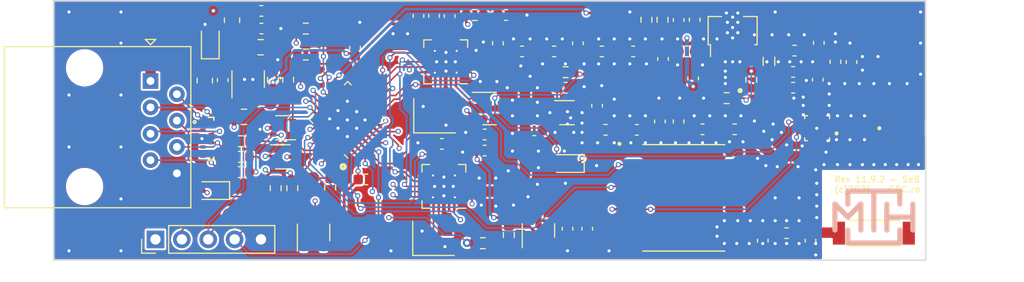
<source format=kicad_pcb>
(kicad_pcb (version 20240108) (generator "pcbnew") (generator_version "8.0")
  (layers (0 "F.Cu" signal) (1 "In1.Cu" signal) (2 "In2.Cu" signal) (31 "B.Cu" signal) (34 "B.Paste" user) (35 "F.Paste" user) (36 "B.SilkS" user "B.Silkscreen") (37 "F.SilkS" user "F.Silkscreen") (38 "B.Mask" user) (39 "F.Mask" user) (44 "Edge.Cuts" user))
  (net 0 "")
  (net 1 "Net-(AE1-Pad1)")
  (net 2 "GND")
  (net 3 "+3.3V")
  (net 4 "/Connections/MCU_UART_TX")
  (net 5 "Net-(U3-EN)")
  (net 6 "Net-(D2-K)")
  (net 7 "Net-(U3-BS)")
  (net 8 "Net-(U6-RF_IN)")
  (net 9 "Net-(U7-RXp)")
  (net 10 "Net-(C20-Pad2)")
  (net 11 "/Connections/MCU_UART_RX")
  (net 12 "Net-(U9-Vcc)")
  (net 13 "Net-(C22-Pad2)")
  (net 14 "/Power/V_PA")
  (net 15 "/Connections/GPS_STATUS")
  (net 16 "Net-(C22-Pad1)")
  (net 17 "Net-(C23-Pad1)")
  (net 18 "Net-(D1-K)")
  (net 19 "Net-(C23-Pad2)")
  (net 20 "Net-(C25-Pad2)")
  (net 21 "/Connections/HOST_TX_OFF")
  (net 22 "/Connections/HOST_GPS_STATUS")
  (net 25 "/Connections/HOST_TX_STATUS")
  (net 26 "/Connections/HOST_RX_STATUS")
  (net 27 "/Connections/HOST_UART_RX")
  (net 28 "/Connections/HOST_UART_TX")
  (net 29 "Net-(IC1-ADJ{slash}NC)")
  (net 31 "/Connections/V_IN")
  (net 32 "/Receiver/RF_IN")
  (net 33 "Net-(Q1-D)")
  (net 34 "Net-(Q1-G)")
  (net 35 "/GNSS/GPS_EN")
  (net 36 "/Receiver/V_LNA")
  (net 37 "/Connections/RX_STATUS")
  (net 38 "Net-(C26-Pad2)")
  (net 39 "/Connections/TX_STATUS")
  (net 40 "/Receiver/TRX_OUT")
  (net 41 "Net-(C27-Pad2)")
  (net 42 "Net-(C28-Pad2)")
  (net 43 "Net-(C29-Pad2)")
  (net 44 "/Connections/MCU_TX_OFF")
  (net 45 "Net-(C30-Pad1)")
  (net 46 "/MCU/V_PA_BIAS")
  (net 47 "/MCU/TRX_SDN")
  (net 48 "/MCU/TRX_DATA")
  (net 49 "/MCU/SPI_SCK")
  (net 50 "Net-(C30-Pad2)")
  (net 51 "Net-(C33-Pad2)")
  (net 52 "/MCU/SPI_MISO")
  (net 53 "Net-(C34-Pad2)")
  (net 54 "/MCU/SPI_MOSI")
  (net 55 "Net-(TP13-P)")
  (net 56 "Net-(Q3-G)")
  (net 57 "Net-(Q3-D)")
  (net 58 "Net-(U1-D1)")
  (net 59 "/MCU/TRX_CS")
  (net 60 "Net-(U1-D2)")
  (net 61 "/MCU/TRX_CKL")
  (net 62 "Net-(U2-D1)")
  (net 63 "Net-(U2-G2)")
  (net 64 "Net-(U3-FB)")
  (net 65 "/MCU/RX_SDN")
  (net 66 "Net-(TP8-P)")
  (net 67 "/GNSS/GPS_1PPS")
  (net 68 "Net-(U4-SDA)")
  (net 69 "/GNSS/GPS_OUT")
  (net 70 "Net-(U4-SCL)")
  (net 74 "/MCU/RX_DATA")
  (net 75 "/MCU/RX_CS")
  (net 76 "/MCU/RX_CLK")
  (net 80 "Net-(U7-XIN)")
  (net 84 "Net-(U7-XOUT)")
  (net 85 "Net-(D3-K)")
  (net 86 "PA_OUT")
  (net 88 "SWDIO")
  (net 89 "SWCLK")
  (net 90 "NRST")
  (net 91 "Net-(Q2-G)")
  (net 93 "Net-(U8-XOUT)")
  (net 97 "Net-(U8-XIN)")
  (footprint "Capacitor_SMD:C_0603_1608Metric" (layer "F.Cu") (at 136.55 93.45 -90)
    (property "Reference" "C9" (hide yes))
    (property "Value" "0.1uf")
  )
  (footprint "Capacitor_SMD:C_0603_1608Metric" (layer "F.Cu") (at 165.9 100.55 -90)
    (property "Reference" "C24" (hide yes))
    (property "Value" "91pF")
  )
  (footprint "TestPads:TP_1.2MM" (layer "F.Cu") (at 164.8 96.1)
    (property "Reference" "TP4" (hide yes))
    (property "Value" "~")
  )
  (footprint "Package_TO_SOT_SMD:SOT-363_SC-70-6" (layer "F.Cu") (at 156.95 99.7)
    (property "Reference" "U9" (hide yes))
    (property "Value" "BGA2800,115")
  )
  (footprint "TestPads:TP_1.2MM" (layer "F.Cu") (at 184.8 98.7)
    (property "Reference" "TP18" (hide yes))
    (property "Value" "~")
  )
  (footprint "Capacitor_SMD:C_0603_1608Metric" (layer "F.Cu") (at 184.35 94.825 -90)
    (property "Reference" "C34" (hide yes))
    (property "Value" "36pF")
  )
  (footprint "KiCadFootprints:SON65P200X200X100-7N-D" (layer "F.Cu") (at 172.2 96.25 180)
    (property "Reference" "IC1" (hide yes))
    (property "Value" "LDFPVR" (hide yes))
  )
  (footprint "Capacitor_SMD:C_0603_1608Metric" (layer "F.Cu") (at 167.7 90.775 90)
    (property "Reference" "C29" (hide yes))
    (property "Value" "22nF")
  )
  (footprint "Capacitor_SMD:C_0603_1608Metric" (layer "F.Cu") (at 152.625 93.8)
    (property "Reference" "C26" (hide yes))
    (property "Value" "20pF")
  )
  (footprint "Capacitor_SMD:C_0603_1608Metric" (layer "F.Cu") (at 123.8 96.575 90)
    (property "Reference" "C5" (hide yes))
    (property "Value" "22nF")
  )
  (footprint "Resistor_SMD:R_0805_2012Metric" (layer "F.Cu") (at 124.7 90.8 -90)
    (property "Reference" "L1" (hide yes))
    (property "Value" "4.7uH")
  )
  (footprint "Capacitor_SMD:C_0603_1608Metric" (layer "F.Cu") (at 181.1 96.525 -90)
    (property "Reference" "C35" (hide yes))
    (property "Value" "2.2nF")
  )
  (footprint "KiCadFootprints:QFN50P200X200X65-13N" (layer "F.Cu") (at 181.04 101.2 180)
    (property "Reference" "U10" (hide yes))
    (property "Value" "SKY13330-397LF")
  )
  (footprint "Capacitor_SMD:C_0603_1608Metric" (layer "F.Cu") (at 151.075 90.3 180)
    (property "Reference" "C27" (hide yes))
    (property "Value" "470pF")
  )
  (footprint "TestPads:TP_1.2MM" (layer "F.Cu") (at 121.4 109.5)
    (property "Reference" "TP9" (hide yes))
    (property "Value" "~")
  )
  (footprint "Capacitor_SMD:C_0603_1608Metric" (layer "F.Cu") (at 153.8 101.4)
    (property "Reference" "C20" (hide yes))
    (property "Value" "2.2nF")
  )
  (footprint "Inductor_SMD:L_0805_2012Metric" (layer "F.Cu") (at 176.4 94.7625 90)
    (property "Reference" "L12" (hide yes))
    (property "Value" "2.2uH")
  )
  (footprint "Capacitor_SMD:C_0603_1608Metric" (layer "F.Cu") (at 144.15 90.375 -90)
    (property "Reference" "C16" (hide yes))
    (property "Value" "22nF")
  )
  (footprint "TestPads:TP_1.2MM" (layer "F.Cu") (at 184.8 103.6)
    (property "Reference" "TP17" (hide yes))
    (property "Value" "~")
  )
  (footprint "Resistor_SMD:R_0603_1608Metric" (layer "F.Cu") (at 174.7 96.525 90)
    (property "Reference" "R10" (hide yes))
    (property "Value" "47k")
  )
  (footprint "Capacitor_SMD:C_0603_1608Metric" (layer "F.Cu") (at 178.725 97.3 180)
    (property "Reference" "C7" (hide yes))
    (property "Value" "2.2uF")
  )
  (footprint "TestPads:TP_1.0MM" (layer "F.Cu") (at 184.8 101.2)
    (property "Reference" "TP13" (hide yes))
    (property "Value" "~")
  )
  (footprint "Capacitor_SMD:C_0603_1608Metric" (layer "F.Cu") (at 181.2 92.975 -90)
    (property "Reference" "C33" (hide yes))
    (property "Value" "110pF")
  )
  (footprint "Capacitor_SMD:C_0603_1608Metric" (layer "F.Cu") (at 156.825 97.3)
    (property "Reference" "C21" (hide yes))
    (property "Value" "22nF")
  )
  (footprint "Capacitor_SMD:C_0603_1608Metric" (layer "F.Cu") (at 163.325 93.8)
    (property "Reference" "C30" (hide yes))
    (property "Value" "2.2nF")
  )
  (footprint "Capacitor_SMD:C_0603_1608Metric" (layer "F.Cu") (at 166.2 94.525 90)
    (property "Reference" "C31" (hide yes))
    (property "Value" "110pF")
  )
  (footprint "Resistor_SMD:R_0603_1608Metric" (layer "F.Cu") (at 128.9 106.975 90)
    (property "Reference" "R5" (hide yes))
    (property "Value" "1k")
  )
  (footprint "Resistor_SMD:R_0603_1608Metric" (layer "F.Cu") (at 128.642814 96.534515 90)
    (property "Reference" "R8" (hide yes))
    (property "Value" "51k")
  )
  (footprint "Crystal:Crystal_SMD_3225-4Pin_3.2x2.5mm" (layer "F.Cu") (at 144.1 111.8)
    (property "Reference" "Y1" (hide yes))
    (property "Value" "ECS-300-10-33B-CKM-TR")
  )
  (footprint "Package_TO_SOT_SMD:SOT-363_SC-70-6" (layer "F.Cu") (at 129.6 103.95)
    (property "Reference" "U1" (hide yes))
    (property "Value" "SI1926DL-T1-E3")
  )
  (footprint "Inductor_SMD:L_0603_1608Metric" (layer "F.Cu") (at 150.3 93.0125 90)
    (property "Reference" "L7" (hide yes))
    (property "Value" "470nH")
  )
  (footprint "Resistor_SMD:R_0805_2012Metric" (layer "F.Cu") (at 122.075 96.6125 -90)
    (property "Reference" "L2" (hide yes))
    (property "Value" "4.7uH")
  )
  (footprint "Inductor_SMD:L_0603_1608Metric" (layer "F.Cu") (at 160.3125 93.8)
    (property "Reference" "L9" (hide yes))
    (property "Value" "68nH")
  )
  (footprint "Package_TO_SOT_SMD:SOT-23" (layer "F.Cu") (at 149.5 99.3)
    (property "Reference" "Q2" (hide yes))
    (property "Value" "AO3401A")
  )
  (footprint "Inductor_SMD:L_0603_1608Metric" (layer "F.Cu") (at 168.4875 93.8)
    (property "Reference" "L10" (hide yes))
    (property "Value" "20nH")
  )
  (footprint "Diode_SMD:D_SOD-323" (layer "F.Cu") (at 122.6 92.9 90)
    (property "Reference" "D2" (hide yes))
    (property "Value" "BAT54WS")
  )
  (footprint "Capacitor_SMD:C_0603_1608Metric" (layer "F.Cu") (at 149.025 101.8 180)
    (property "Reference" "C15" (hide yes))
    (property "Value" "2.2uF")
  )
  (footprint "Resistor_SMD:R_0603_1608Metric" (layer "F.Cu") (at 166.15 90.75 -90)
    (property "Reference" "R18" (hide yes))
    (property "Value" "10k")
  )
  (footprint "Inductor_SMD:L_0603_1608Metric" (layer "F.Cu") (at 160.6625 101.35)
    (property "Reference" "L4" (hide yes))
    (property "Value" "270nH")
  )
  (footprint "TestPads:TP_1.2MM" (layer "F.Cu") (at 183.2 99.2)
    (property "Reference" "TP14" (hide yes))
    (property "Value" "~")
  )
  (footprint "Capacitor_SMD:C_0603_1608Metric" (layer "F.Cu") (at 127.525 89.9 180)
    (property "Reference" "C1" (hide yes))
    (property "Value" "0.1uf")
  )
  (footprint "Connector_PinHeader_2.54mm:PinHeader_1x05_P2.54mm_Vertical" (layer "F.Cu") (at 117.325 111.9 90)
    (property "Reference" "J2" (hide yes))
    (property "Value" "Conn_01x05" (hide yes))
  )
  (footprint "Package_TO_SOT_SMD:SOT-23" (layer "F.Cu") (at 154.2 111.0375 90)
    (property "Reference" "Q1" (hide yes))
    (property "Value" "AO3409")
  )
  (footprint "Capacitor_SMD:C_0603_1608Metric" (layer "F.Cu") (at 157 110.875 90)
    (property "Reference" "C13" (hide yes))
    (property "Value" "2.2uF")
  )
  (footprint "Inductor_SMD:L_0603_1608Metric" (layer "F.Cu") (at 169.25 90.75 90)
    (property "Reference" "L11" (hide yes))
    (property "Value" "470nH")
  )
  (footprint "Resistor_SMD:R_0603_1608Metric" (layer "F.Cu") (at 130.1 96.525 90)
    (property "Reference" "R9" (hide yes))
    (property "Value" "16k")
  )
  (footprint "KiCadFootprints:XCVR_L76L-M33" (layer "F.Cu") (at 168.2 107.9)
    (property "Reference" "U6" (hide yes))
    (property "Value" "L76L-M33")
  )
  (footprint "Resistor_SMD:R_0603_1608Metric" (layer "F.Cu") (at 148.844 112.268 180)
    (property "Reference" "R14" (hide yes))
    (property "Value" "0")
  )
  (footprint "KiCadFootprints:U-DFN3810-9TYPE_B_DIO" (layer "F.Cu") (at 122.299999 102.199999)
    (property "Reference" "CR1" (hide yes))
    (property "Value" "D3V3X8U9LP3810-7")
  )
  (footprint "Crystal:Crystal_SMD_3225-4Pin_3.2x2.5mm" (layer "F.Cu") (at 144.2 100)
    (property "Reference" "Y2" (hide yes))
    (property "Value" "ECS-300-10-33B-CKM-TR")
  )
  (footprint "Capacitor_SMD:C_0603_1608Metric" (layer "F.Cu") (at 158.9 110.875 90)
    (property "Reference" "C12" (hide yes))
    (property "Value" "22nF")
  )
  (footprint "TestPads:TP_1.2MM" (layer "F.Cu") (at 186.4 103.2)
    (property "Reference" "TP19" (hide yes))
    (property "Value" "~")
  )
  (footprint "Connector_RJ:RJ45_Amphenol_54602-x08_Horizontal" (layer "F.Cu") (at 116.85 96.65 -90)
    (property "Reference" "J1" (hide yes))
    (property "Value" "RJ45" (hide yes))
  )
  (footprint "Capacitor_SMD:C_0603_1608Metric" (layer "F.Cu") (at 170 101.3)
    (property "Reference" "C25" (hide yes))
    (property "Value" "3.3pF")
  )
  (footprint "Resistor_SMD:R_0603_1608Metric" (layer "F.Cu") (at 130.5 106.975 -90)
    (property "Reference" "R4" (hide yes))
    (property "Value" "10k")
  )
  (footprint "Resistor_SMD:R_0603_1608Metric" (layer "F.Cu") (at 156.825 95.8 180)
    (property "Reference" "R15" (hide yes))
    (property "Value" "220R")
  )
  (footprint "Inductor_SMD:L_0603_1608Metric" (layer "F.Cu") (at 167.7 100.55 -90)
    (property "Reference" "L5" (hide yes))
    (property "Value" "10nH")
  )
  (footprint "TestPads:TP_1.2MM" (layer "F.Cu") (at 134.3 95)
    (property "Reference" "TP2" (hide yes))
    (property "Value" "~")
  )
  (footprint "Resistor_SMD:R_0603_1608Metric" (layer "F.Cu") (at 172.325 98.3 180)
    (property "Reference" "R11" (hide yes))
    (property "Value" "10k")
  )
  (footprint "Capacitor_SMD:C_0603_1608Metric" (layer "F.Cu") (at 163.675 101.35 180)
    (property "Reference" "C23" (hide yes))
    (property "Value" "3.3pF")
  )
  (footprint "TestPads:TP_1.2MM" (layer "F.Cu") (at 176 100)
    (property "Reference" "TP7" (hide yes))
    (property "Value" "~")
  )
  (footprint "TestPads:TP_1.2MM" (layer "F.Cu") (at 134.3 91.9)
    (property "Reference" "TP1" (hide yes))
    (property "Value" "~")
  )
  (footprint "Diode_SMD:D_SOD-323" (layer "F.Cu") (at 157 104.6 180)
    (property "Reference" "D3" (hide yes))
    (property "Value" "BAT54WS")
  )
  (footprint "Capacitor_SMD:C_0603_1608Metric" (layer "F.Cu") (at 142.65 90.375 -90)
    (property "Reference" "C14" (hide yes))
    (property "Value" "2.2uF")
  )
  (footprint "Resistor_SMD:R_0603_1608Metric" (layer "F.Cu") (at 131.8 91.6)
    (property "Reference" "R6" (hide yes))
    (property "Value" "1k")
  )
  (footprint "Capacitor_SMD:C_0603_1608Metric" (layer "F.Cu") (at 137.625 106.125 180)
    (property "Reference" "C8" (hide yes))
    (property "Value" "0.1uf")
  )
  (footprint "TestPads:TP_1.2MM" (layer "F.Cu") (at 126.7 106.9)
    (property "Reference" "TP5" (hide yes))
    (property "Value" "~")
  )
  (footprint "Package_DFN_QFN:QFN-32-1EP_5x5mm_P0.5mm_EP3.45x3.45mm" (layer "F.Cu") (at 135.83899 100.386136 135)
    (property "Reference" "U5" (hide yes))
    (property "Value" "STM32L432KBUx")
  )
  (footprint "TestPads:TP_1.2MM" (layer "F.Cu") (at 128.4 98.8)
    (property "Reference" "TP6" (hide yes))
    (property "Value" "~")
  )
  (footprint "Capacitor_SMD:C_0603_1608Metric" (layer "F.Cu") (at 158 93.025 -90)
    (property "Reference" "C28" (hide yes))
    (property "Value" "16pF")
  )
  (footprint "Resistor_SMD:R_0603_1608Metric" (layer "F.Cu") (at 125.55 102.45)
    (property "Reference" "R1" (hide yes))
    (property "Value" "100R")
  )
  (footprint "TestPads:TP_1.2MM" (layer "F.Cu") (at 118.8 92)
    (property "Reference" "TP3" (hide yes))
    (property "Value" "~")
  )
  (footprint "Resistor_SMD:R_0603_1608Metric" (layer "F.Cu") (at 125.55 103.95)
    (property "Reference" "R2" (hide yes))
    (property "Value" "100R")
  )
  (footprint "Capacitor_SMD:C_0603_1608Metric" (layer "F.Cu") (at 175.8 112.025 90)
    (property "Reference" "C11" (hide yes))
    (property "Value" "4pF")
  )
  (footprint "TestPads:TP_1.2MM" (layer "F.Cu") (at 124.4 109.5)
    (property "Reference" "TP10" (hide yes))
    (property "Value" "~")
  )
  (footprint "TestPads:TP_1.2MM" (layer "F.Cu") (at 127.3 109.5)
    (property "Reference" "TP11" (hide yes))
    (property "Value" "~")
  )
  (footprint "Capacitor_SMD:C_0805_2012Metric" (layer "F.Cu") (at 127.45 93.4)
    (property "Reference" "C3" (hide yes))
    (property "Value" "10uF")
  )
  (footprint "Capacitor_SMD:C_0805_2012Metric" (layer "F.Cu") (at 125.85 100.1)
    (property "Reference" "C6" (hide yes))
    (property "Value" "22uF")
  )
  (footprint "Inductor_SMD:L_0603_1608Metric" (layer "F.Cu") (at 178.8625 93.725)
    (property "Reference" "L13" (hide yes))
    (property "Value" "13nH")
  )
  (footprint "Package_TO_SOT_SMD:SOT-363_SC-70-6" (layer "F.Cu") (at 129.6 101.15 180)
    (property "Reference" "U2" (hide yes))
    (property "Value" "SI1926DL-T1-E3")
  )
  (footprint "Package_DFN_QFN:QFN-20-1EP_4x4mm_P0.5mm_EP2.6x2.6mm_ThermalVias" (layer "F.Cu") (at 145.275 94.8 180)
    (property "Reference" "U7" (hide yes))
    (property "Value" "Si4460")
  )
  (footprint "Resistor_SMD:R_0603_1608Metric" (layer "F.Cu") (at 125.55 105.425)
    (property "Reference" "R3" (hide yes))
    (property "Value" "100R")
  )
  (footprint "Diode_SMD:D_SOD-323" (layer "F.Cu") (at 122.85 107.2 180)
    (property "Reference" "D1" (hide yes))
    (property "Value" "BAT54WS")
  )
  (footprint "Inductor_SMD:L_0603_1608Metric" (layer "F.Cu") (at 182.8 94.8 -90)
    (property "Reference" "L14" (hide yes))
    (property "Value" "39nH")
  )
  (footprint "Capacitor_SMD:C_0603_1608Metric" (layer "F.Cu") (at 159.85 99.025 -90)
    (property "Reference" "C22" (hide yes))
    (property "Value" "2.2nF")
  )
  (footprint "TestPads:TP_1.2MM" (layer "F.Cu") (at 186.4 99.2)
    (property "Reference" "TP16" (hide yes))
    (property "Value" "~")
  )
  (footprint "Capacitor_SMD:C_0603_1608Metric" (layer "F.Cu") (at 144.9 102.7)
    (property "Reference" "C17" (hide yes))
    (property "Value" "22nF")
  )
  (footprint "TestPads:TP_1.2MM" (layer "F.Cu") (at 159.1 96)
    (property "Reference" "TP12" (hide yes))
    (property "Value" "~")
  )
  (footprint "Inductor_SMD:L_0603_1608Metric" (layer "F.Cu") (at 173.1 101.3)
    (property "Reference" "L6" (hide yes))
    (property "Value" "270nH")
  )
  (footprint "Package_TO_SOT_SMD:SOT-23-6" (layer "F.Cu") (at 126.25 96.4625 90)
    (property "Reference" "U3" (hide yes))
    (property "Value" "AP3211K")
  )
  (footprint "Resistor_SMD:R_0603_1608Metric" (layer "F.Cu") (at 131.8 94.1)
    (property "Reference" "R7" (hide yes))
    (property "Value" "1k")
  )
  (footprint "Resistor_SMD:R_0603_1608Metric" (layer "F.Cu") (at 151.35 111.475 -90)
    (property "Reference" "R13" (hide yes))
    (property "Value" "10k")
  )
  (footprint "TestPads:TP_1.2MM" (layer "F.Cu") (at 132.5 106)
    (property "Reference" "TP8" (hide yes))
    (property "Value" "~")
  )
  (footprint "Resistor_SMD:R_0603_1608Metric" (layer "F.Cu") (at 164.6 90.75 90)
    (property "Reference" "R17" (hide yes))
    (property "Value" "3k3")
  )
  (footprint "Capacitor_SMD:C_0603_1608Metric" (layer "F.Cu") (at 145.65 90.4 -90)
    (property "Reference" "C18" (hide yes))
    (property "Value" "91pF")
  )
  (footprint "KiCadFootprints:ANT_1575AT_JOT" (layer "F.Cu") (at 186.5 111.3)
    (property "Reference" "AE1" (hide yes))
    (property "Value" "1575AT43A0040E")
  )
  (footprint "KiCadFootprints:RFSOLUTIONS_CON-SMA-EDGE-S" (layer "F.Cu") (at 189.4275 101.2 180)
    (property "Reference" "J3" (hide yes))
    (property "Value" "CON-SMA-EDGE-S" (hide yes))
  )
  (footprint "Package_TO_SOT_SMD:SOT-23-5" (layer "F.Cu") (at 132.55 111.2375 90)
    (property "Reference" "U4" (hide yes))
    (property "Value" "24LC01BT/OT")
  )
  (footprint "Capacitor_SMD:C_0603_1608Metric" (layer "F.Cu") (at 180.4 112.025 90)
    (property "Reference" "C10" (hide yes))
    (property "Value" "2.2pF")
  )
  (footprint "Package_DFN_QFN:QFN-20-1EP_4x4mm_P0.5mm_EP2.6x2.6mm_ThermalVias" (layer "F.Cu") (at 145.1 106.8 180)
    (property "Reference" "U8" (hide yes))
    (property "Value" "Si4460")
  )
  (footprint "Inductor_SMD:L_0603_1608Metric" (layer "F.Cu") (at 155.7125 93.8)
    (property "Reference" "L8" (hide yes))
    (property "Value" "47nH")
  )
  (footprint "Package_TO_SOT_SMD:SOT-89-3" (layer "F.Cu") (at 172.9 91.8 90)
    (property "Reference" "Q3" (hide yes))
    (property "Value" "AFT05MS004NT1")
  )
  (footprint "Capacitor_SMD:C_0603_1608Metric" (layer "F.Cu") (at 169.1 96.4 -90)
    (property "Reference" "C4" (hide yes))
    (property "Value" "2.2uF")
  )
  (footprint "Capacitor_SMD:C_0603_1608Metric" (layer "F.Cu") (at 149.025 103.35 180)
    (property "Reference" "C19" (hide yes))
    (property "Value" "91pF")
  )
  (footprint "Capacitor_SMD:C_0603_1608Metric" (layer "F.Cu") (at 127.525 91.6 180)
    (property "Reference" "C2" (hide yes))
    (property "Value" "0.1uf")
  )
  (footprint "Resistor_SMD:R_0603_1608Metric" (layer "F.Cu") (at 148.075 90.3)
    (property "Reference" "R16" (hide yes))
    (property "Value" "22R")
  )
  (footprint "Resistor_SMD:R_0603_1608Metric" (layer "F.Cu") (at 134.15 106.9 -90)
    (property "Reference" "R12" (hide yes))
    (property "Value" "10k")
  )
  (footprint "Capacitor_SMD:C_0603_1608Metric" (layer "F.Cu") (at 178.725 95.775 180)
    (property "Reference" "C32" (hide yes))
    (property "Value" "470pF")
  )
  (footprint "Inductor_SMD:L_0603_1608Metric" (layer "F.Cu") (at 178.1 111.3 180)
    (property "Reference" "L3" (hide yes))
    (property "Value" "5.6nH")
  )
  (footprint "TestPads:TP_1.2MM" (layer "F.Cu") (at 183.2 103.2)
    (property "Reference" "TP15" (hide yes))
    (property "Value" "~")
  )
  (gr_line (start 189 111) (end 189 112.25) (stroke (width 0.5)) (layer "B.SilkS"))
  (gr_line (start 182.75 108.5) (end 182.75 111) (stroke (width 0.5)) (layer "B.SilkS"))
  (gr_line (start 189 107.25) (end 184 107.25) (stroke (width 0.5)) (layer "B.SilkS"))
  (gr_line (start 184 109.75) (end 182.75 108.5) (stroke (width 0.5)) (layer "B.SilkS"))
  (gr_line (start 187.75 108.5) (end 187.75 111) (stroke (width 0.5)) (layer "B.SilkS"))
  (gr_line (start 190.25 111) (end 190.25 108.5) (stroke (width 0.5)) (layer "B.SilkS"))
  (gr_line (start 184 107.25) (end 184 108.5) (stroke (width 0.5)) (layer "B.SilkS"))
  (gr_line (start 185.25 111) (end 185.25 108.5) (stroke (width 0.5)) (layer "B.SilkS"))
  (gr_line (start 190.25 109.75) (end 187.75 109.75) (stroke (width 0.5)) (layer "B.SilkS"))
  (gr_line (start 186.5 111) (end 186.5 107.25) (stroke (width 0.5)) (layer "B.SilkS"))
  (gr_line (start 185.25 108.5) (end 184 109.75) (stroke (width 0.5)) (layer "B.SilkS"))
  (gr_line (start 189 112.25) (end 184 112.25) (stroke (width 0.5)) (layer "B.SilkS"))
  (gr_line (start 184 112.25) (end 184 111) (stroke (width 0.5)) (layer "B.SilkS"))
  (gr_line (start 189 108.5) (end 189 107.25) (stroke (width 0.5)) (layer "B.SilkS"))
  (gr_circle (center 135.4 104.9) (end 135.6 104.9) (stroke (width 0.3)) (fill none) (layer "F.SilkS"))
  (gr_rect (start 107.5 88.9) (end 191.5 113.9) (stroke (width 0.1)) (fill none) (layer "Edge.Cuts"))
  (gr_text "Rev 11.9.2 - SeB\n(c)2025 - GBC.ro" (at 182.626 107.442 0) (layer "F.SilkS") (effects (font (size 0.6 0.6) (thickness 0.1) (bold yes)) (justify left bottom)))
  (segment (start 180.4 111.25) (end 182.619 111.25) (width 1) (layer "F.Cu") (net 1))
  (segment (start 182.619 111.25) (end 182.669 111.3) (width 1) (layer "F.Cu") (net 1))
  (segment (start 178.8875 111.3) (end 178.9375 111.25) (width 1) (layer "F.Cu") (net 1))
  (segment (start 178.9375 111.25) (end 180.4 111.25) (width 1) (layer "F.Cu") (net 1))
  (via (at 175 100.5) (size 0.5) (drill 0.3) (layers "F.Cu" "B.Cu") (net 2))
  (via (at 144.4 94.8) (size 0.5) (drill 0.3) (layers "F.Cu" "B.Cu") (net 2))
  (via (at 184.3 100) (size 0.5) (drill 0.3) (layers "F.Cu" "B.Cu") (net 2))
  (via (at 164.5 102.6) (size 0.5) (drill 0.3) (layers "F.Cu" "B.Cu") (net 2))
  (via (at 134.9 101.2) (size 0.5) (drill 0.3) (layers "F.Cu" "B.Cu") (net 2))
  (via (at 150.1 106) (size 0.5) (drill 0.3) (layers "F.Cu" "B.Cu") (net 2))
  (via (at 145.3 95.7) (size 0.5) (drill 0.3) (layers "F.Cu" "B.Cu") (net 2))
  (via (at 181 101.2) (size 0.5) (drill 0.3) (layers "F.Cu" "B.Cu") (net 2))
  (via (at 155.3 99.7) (size 0.5) (drill 0.3) (layers "F.Cu" "B.Cu") (net 2))
  (via (at 161.5 98.4) (size 0.5) (drill 0.3) (layers "F.Cu" "B.Cu") (net 2))
  (via (at 122.1 91.2) (size 0.5) (drill 0.3) (layers "F.Cu" "B.Cu") (net 2))
  (via (at 145.1 105.9) (size 0.5) (drill 0.3) (layers "F.Cu" "B.Cu") (net 2))
  (via (at 164.5 92.6) (size 0.5) (drill 0.3) (layers "F.Cu" "B.Cu") (net 2))
  (via (at 114 90) (size 0.5) (drill 0.3) (layers "F.Cu" "B.Cu") (net 2))
  (via (at 179.2 104.9) (size 0.5) (drill 0.3) (layers "F.Cu" "B.Cu") (net 2))
  (via (at 151.8 92.6) (size 0.5) (drill 0.3) (layers "F.Cu" "B.Cu") (net 2))
  (via (at 169.2 100) (size 0.5) (drill 0.3) (layers "F.Cu" "B.Cu") (net 2))
  (via (at 173.4 110.1) (size 0.5) (drill 0.3) (layers "F.Cu" "B.Cu") (net 2))
  (via (at 181 109.8) (size 0.5) (drill 0.3) (layers "F.Cu" "B.Cu") (net 2))
  (via (at 182.9 102.3) (size 0.5) (drill 0.3) (layers "F.Cu" "B.Cu") (net 2))
  (via (at 156.7 103.4) (size 0.5) (drill 0.3) (layers "F.Cu" "B.Cu") (net 2))
  (via (at 183.7 96.9) (size 0.5) (drill 0.3) (layers "F.Cu" "B.Cu") (net 2))
  (via (at 161.5 100) (size 0.5) (drill 0.3) (layers "F.Cu" "B.Cu") (net 2))
  (via (at 185.1 96.9) (size 0.5) (drill 0.3) (layers "F.Cu" "B.Cu") (net 2))
  (via (at 158.6 95) (size 0.5) (drill 0.3) (layers "F.Cu" "B.Cu") (net 2))
  (via (at 186.5 96.9) (size 0.5) (drill 0.3) (layers "F.Cu" "B.Cu") (net 2))
  (via (at 176.1 104.8) (size 0.5) (drill 0.3) (layers "F.Cu" "B.Cu") (net 2))
  (via (at 172.1 112.3) (size 0.5) (drill 0.3) (layers "F.Cu" "B.Cu") (net 2))
  (via (at 189.8 104.7) (size 0.5) (drill 0.3) (layers "F.Cu" "B.Cu") (net 2))
  (via (at 114 108) (size 0.5) (drill 0.3) (layers "F.Cu" "B.Cu") (net 2))
  (via (at 176.7 92.2) (size 0.5) (drill 0.3) (layers "F.Cu" "B.Cu") (net 2))
  (via (at 167.6 92.6) (size 0.5) (drill 0.3) (layers "F.Cu" "B.Cu") (net 2))
  (via (at 159.9 102.6) (size 0.5) (drill 0.3) (layers "F.Cu" "B.Cu") (net 2))
  (via (at 145.3 100.9) (size 0.5) (drill 0.3) (layers "F.Cu" "B.Cu") (net 2))
  (via (at 126.7 96.5) (size 0.5) (drill 0.3) (layers "F.Cu" "B.Cu") (net 2))
  (via (at 182.1 102.4) (size 0.5) (drill 0.3) (layers "F.Cu" "B.Cu") (net 2))
  (via (at 135.8 102) (size 0.5) (drill 0.3) (layers "F.Cu" "B.Cu") (net 2))
  (via (at 172.9 94.8) (size 0.5) (drill 0.3) (layers "F.Cu" "B.Cu") (net 2))
  (via (at 185.4 95.6) (size 0.5) (drill 0.3) (layers "F.Cu" "B.Cu") (net 2))
  (via (at 178.1 110.1) (size 0.5) (drill 0.3) (layers "F.Cu" "B.Cu") (net 2))
  (via (at 186.9 94.3) (size 0.5) (drill 0.3) (layers "F.Cu" "B.Cu") (net 2))
  (via (at 153.2 107.8) (size 0.5) (drill 0.3) (layers "F.Cu" "B.Cu") (net 2))
  (via (at 181.9 103.5) (size 0.5) (drill 0.3) (layers "F.Cu" "B.Cu") (net 2))
  (via (at 163 100) (size 0.5) (drill 0.3) (layers "F.Cu" "B.Cu") (net 2))
  (via (at 181 107.6) (size 0.5) (drill 0.3) (layers "F.Cu" "B.Cu") (net 2))
  (via (at 143 111.1) (size 0.5) (drill 0.3) (layers "F.Cu" "B.Cu") (net 2))
  (via (at 172.2 96.9) (size 0.5) (drill 0.3) (layers "F.Cu" "B.Cu") (net 2))
  (via (at 121.8 102.2) (size 0.5) (drill 0.3) (layers "F.Cu" "B.Cu") (net 2))
  (via (at 158.6 97.2) (size 0.5) (drill 0.3) (layers "F.Cu" "B.Cu") (net 2))
  (via (at 114 93) (size 0.5) (drill 0.3) (layers "F.Cu" "B.Cu") (net 2))
  (via (at 185.6 102.3) (size 0.5) (drill 0.3) (layers "F.Cu" "B.Cu") (net 2))
  (via (at 151.7 98.5) (size 0.5) (drill 0.3) (layers "F.Cu" "B.Cu") (net 2))
  (via (at 177 112.3) (size 0.5) (drill 0.3) (layers "F.Cu" "B.Cu") (net 2))
  (via (at 166.1 92.6) (size 0.5) (drill 0.3) (layers "F.Cu" "B.Cu") (net 2))
  (via (at 184.2 93) (size 0.5) (drill 0.3) (layers "F.Cu" "B.Cu") (net 2))
  (via (at 175 92.2) (size 0.5) (drill 0.3) (layers "F.Cu" "B.Cu") (net 2))
  (via (at 176.2 94.8) (size 0.5) (drill 0.3) (layers "F.Cu" "B.Cu") (net 2))
  (via (at 179.3 112.3) (size 0.5) (drill 0.3) (layers "F.Cu" "B.Cu") (net 2))
  (via (at 184.2 102.3) (size 0.5) (drill 0.3) (layers "F.Cu" "B.Cu") (net 2))
  (via (at 175.8 110.1) (size 0.5) (drill 0.3) (layers "F.Cu" "B.Cu") (net 2))
  (via (at 184.2 104.7) (size 0.5) (drill 0.3) (layers "F.Cu" "B.Cu") (net 2))
  (via (at 154.1 98.7) (size 0.5) (drill 0.3) (layers "F.Cu" "B.Cu") (net 2))
  (via (at 160 92.6) (size 0.5) (drill 0.3) (layers "F.Cu" "B.Cu") (net 2))
  (via (at 140 113) (size 0.5) (drill 0.3) (layers "F.Cu" "B.Cu") (net 2))
  (via (at 191 96) (size 0.5) (drill 0.3) (layers "F.Cu" "B.Cu") (net 2))
  (via (at 154.6 95) (size 0.5) (drill 0.3) (layers "F.Cu" "B.Cu") (net 2))
  (via (at 158.4 102.6) (size 0.5) (drill 0.3) (layers "F.Cu" "B.Cu") (net 2))
  (via (at 182.2 99) (size 0.5) (drill 0.3) (layers "F.Cu" "B.Cu") (net 2))
  (via (at 161 113) (size 0.5) (drill 0.3) (layers "F.Cu" "B.Cu") (net 2))
  (via (at 171.4 110.7) (size 0.5) (drill 0.3) (layers "F.Cu" "B.Cu") (net 2))
  (via (at 172.9 92.5) (size 0.5) (drill 0.3) (layers "F.Cu" "B.Cu") (net 2))
  (via (at 178.8 98.3) (size 0.5) (drill 0.3) (layers "F.Cu" "B.Cu") (net 2))
  (via (at 179.7 99) (size 0.5) (drill 0.3) (layers "F.Cu" "B.Cu") (net 2))
  (via (at 167.4 102.6) (size 0.5) (drill 0.3) (layers "F.Cu" "B.Cu") (net 2))
  (via (at 170 95.1) (size 0.5) (drill 0.3) (layers "F.Cu" "B.Cu") (net 2))
  (via (at 191 90) (size 0.5) (drill 0.3) (layers "F.Cu" "B.Cu") (net 2))
  (via (at 172.6 102.5) (size 0.5) (drill 0.3) (layers "F.Cu" "B.Cu") (net 2))
  (via (at 151.8 108.6) (size 0.5) (drill 0.3) (layers "F.Cu" "B.Cu") (net 2))
  (via (at 172.4 92) (size 0.5) (drill 0.3) (layers "F.Cu" "B.Cu") (net 2))
  (via (at 148.9 92.9) (size 0.5) (drill 0.3) (layers "F.Cu" "B.Cu") (net 2))
  (via (at 147.2 101.6) (size 0.5) (drill 0.3) (layers "F.Cu" "B.Cu") (net 2))
  (via (at 179.3 110.1) (size 0.5) (drill 0.3) (layers "F.Cu" "B.Cu") (net 2))
  (via (at 150.1 108.7) (size 0.5) (drill 0.3) (layers "F.Cu" "B.Cu") (net 2))
  (via (at 177 90) (size 0.5) (drill 0.3) (layers "F.Cu" "B.Cu") (net 2))
  (via (at 176.7 102.3) (size 0.5) (drill 0.3) (layers "F.Cu" "B.Cu") (net 2))
  (via (at 173.4 92) (size 0.5) (drill 0.3) (layers "F.Cu" "B.Cu") (net 2))
  (via (at 177.2 104.9) (size 0.5) (drill 0.3) (layers "F.Cu" "B.Cu") (net 2))
  (via (at 188.7 104.7) (size 0.5) (drill 0.3) (layers "F.Cu" "B.Cu") (net 2))
  (via (at 142.6 102.6) (size 0.5) (drill 0.3) (layers "F.Cu" "B.Cu") (net 2))
  (via (at 161.5 95) (size 0.5) (drill 0.3) (layers "F.Cu" "B.Cu") (net 2))
  (via (at 173.3 112.3) (size 0.5) (drill 0.3) (layers "F.Cu" "B.Cu") (net 2))
  (via (at 158.4 101.6) (size 0.5) (drill 0.3) (layers "F.Cu" "B.Cu") (net 2))
  (via (at 178.4 94.8) (size 0.5) (drill 0.3) (layers "F.Cu" "B.Cu") (net 2))
  (via (at 181 106.5) (size 0.5) (drill 0.3) (layers "F.Cu" "B.Cu") (net 2))
  (via (at 173.7 100) (size 0.5) (drill 0.3) (layers "F.Cu" "B.Cu") (net 2))
  (via (at 182.8 92.9) (size 0.5) (drill 0.3) (layers "F.Cu" "B.Cu") (net 2))
  (via (at 127.4 101.3) (size 0.5) (drill 0.3) (layers "F.Cu" "B.Cu") (net 2))
  (via (at 182.2 97.9) (size 0.5) (drill 0.3) (layers "F.Cu" "B.Cu") (net 2))
  (via (at 160 95) (size 0.5) (drill 0.3) (layers "F.Cu" "B.Cu") (net 2))
  (via (at 181 108.7) (size 0.5) (drill 0.3) (layers "F.Cu" "B.Cu") (net 2))
  (via (at 148.2 93.7) (size 0.5) (drill 0.3) (layers "F.Cu" "B.Cu") (net 2))
  (via (at 109 98) (size 0.5) (drill 0.3) (layers "F.Cu" "B.Cu") (net 2))
  (via (at 182.8 92.1) (size 0.5) (drill 0.3) (layers "F.Cu" "B.Cu") (net 2))
  (via (at 178.1 112.3) (size 0.5) (drill 0.3) (layers "F.Cu" "B.Cu") (net 2))
  (via (at 140.2 92.1) (size 0.5) (drill 0.3) (layers "F.Cu" "B.Cu") (net 2))
  (via (at 170.7 100) (size 0.5) (drill 0.3) (layers "F.Cu" "B.Cu") (net 2))
  (via (at 137 91) (size 0.5) (drill 0.3) (layers "F.Cu" "B.Cu") (net 2))
  (via (at 183 100) (size 0.5) (drill 0.3) (layers "F.Cu" "B.Cu") (net 2))
  (via (at 163 90) (size 0.5) (drill 0.3) (layers "F.Cu" "B.Cu") (net 2))
  (via (at 183 104.7) (size 0.5) (drill 0.3) (layers "F.Cu" "B.Cu") (net 2))
  (via (at 158.4 100.7) (size 0.5) (drill 0.3) (layers "F.Cu" "B.Cu") (net 2))
  (via (at 152.5 95.2) (size 0.5) (drill 0.3) (layers "F.Cu" "B.Cu") (net 2))
  (via (at 109 113) (size 0.5) (drill 0.3) (layers "F.Cu" "B.Cu") (net 2))
  (via (at 177 110.1) (size 0.5) (drill 0.3) (layers "F.Cu" "B.Cu") (net 2))
  (via (at 154.1 97.3) (size 0.5) (drill 0.3) (layers "F.Cu" "B.Cu") (net 2))
  (via (at 151.3 105.3) (size 0.5) (drill 0.3) (layers "F.Cu" "B.Cu") (net 2))
  (via (at 153.1 90.3) (size 0.5) (drill 0.3) (layers "F.Cu" "B.Cu") (net 2))
  (via (at 172.3 90.1) (size 0.5) (drill 0.3) (layers "F.Cu" "B.Cu") (net 2))
  (via (at 148.6 96.7) (size 0.5) (drill 0.3) (layers "F.Cu" "B.Cu") (net 2))
  (via (at 143.1 99.1) (size 0.5) (drill 0.3) (layers "F.Cu" "B.Cu") (net 2))
  (via (at 170 102.6) (size 0.5) (drill 0.3) (layers "F.Cu" "B.Cu") (net 2))
  (via (at 164.6 95) (size 0.5) (drill 0.3) (layers "F.Cu" "B.Cu") (net 2))
  (via (at 109 103) (size 0.5) (drill 0.3) (layers "F.Cu" "B.Cu") (net 2))
  (via (at 153.4 92.6) (size 0.5) (drill 0.3) (layers "F.Cu" "B.Cu") (net 2))
  (via (at 178.1 102.8) (size 0.5) (drill 0.3) (layers "F.Cu" "B.Cu") (net 2))
  (via (at 180.9 105.2) (size 0.5) (drill 0.3) (layers "F.Cu" "B.Cu") (net 2))
  (via (at 172.2 95.7) (size 0.5) (drill 0.3) (layers "F.Cu" "B.Cu") (net 2))
  (via (at 157.6 101.6) (size 0.5) (drill 0.3) (layers "F.Cu" "B.Cu") (net 2))
  (via (at 174.5 112.3) (size 0.5) (drill 0.3) (layers "F.Cu" "B.Cu") (net 2))
  (via (at 153.4 96.2) (size 0.5) (drill 0.3) (layers "F.Cu" "B.Cu") (net 2))
  (via (at 150.2 96.7) (size 0.5) (drill 0.3) (layers "F.Cu" "B.Cu") (net 2))
  (via (at 157 113) (size 0.5) (drill 0.3) (layers "F.Cu" "B.Cu") (net 2))
  (via (at 154.2 103.4) (size 0.5) (drill 0.3) (layers "F.Cu" "B.Cu") (net 2))
  (via (at 114 103) (size 0.5) (drill 0.3) (layers "F.Cu" "B.Cu") (net 2))
  (via (at 163 92.6) (size 0.5) (drill 0.3) (layers "F.Cu" "B.Cu") (net 2))
  (via (at 151.7 100) (size 0.5) (drill 0.3) (layers "F.Cu" "B.Cu") (net 2))
  (via (at 170.1 92.6) (size 0.5) (drill 0.3) (layers "F.Cu" "B.Cu") (net 2))
  (via (at 177.3 94.8) (size 0.5) (drill 0.3) (layers "F.Cu" "B.Cu") (net 2))
  (via (at 156.8 106.5) (size 0.5) (drill 0.3) (layers "F.Cu" "B.Cu") (net 2))
  (via (at 180.6 94.8) (size 0.5) (drill 0.3) (layers "F.Cu" "B.Cu") (net 2))
  (via (at 170.1 98.3) (size 0.5) (drill 0.3) (layers "F.Cu" "B.Cu") (net 2))
  (via (at 165.8 98.3) (size 0.5) (drill 0.3) (layers "F.Cu" "B.Cu") (net 2))
  (via (at 172.1 110.1) (size 0.5) (drill 0.3) (layers "F.Cu" "B.Cu") (net 2))
  (via (at 154.1 100) (size 0.5) (drill 0.3) (layers "F.Cu" "B.Cu") (net 2))
  (via (at 134.9 99.5) (size 0.5) (drill 0.3) (layers "F.Cu" "B.Cu") (net 2))
  (via (at 135.8 98.6) (size 0.5) (drill 0.3) (layers "F.Cu" "B.Cu") (net 2))
  (via (at 182.1 99.9) (size 0.5) (drill 0.3) (layers "F.Cu" "B.Cu") (net 2))
  (via (at 160.3 97.1) (size 0.5) (drill 0.3) (layers "F.Cu" "B.Cu") (net 2))
  (via (at 125.9 96.5) (size 0.5) (drill 0.3) (layers "F.Cu" "B.Cu") (net 2))
  (via (at 157 99.6) (size 0.5) (drill 0.3) (layers "F.Cu" "B.Cu") (net 2))
  (via (at 137.5 100.4) (size 0.5) (drill 0.3) (layers "F.Cu" "B.Cu") (net 2))
  (via (at 146.9 103.5) (size 0.5) (drill 0.3) (layers "F.Cu" "B.Cu") (net 2))
  (via (at 145.2 112.6) (size 0.5) (drill 0.3) (layers "F.Cu" "B.Cu") (net 2))
  (via (at 167.8 98.3) (size 0.5) (drill 0.3) (layers "F.Cu" "B.Cu") (net 2))
  (via (at 166 102.6) (size 0.5) (drill 0.3) (layers "F.Cu" "B.Cu") (net 2))
  (via (at 159.8 104.8) (size 0.5) (drill 0.3) (layers "F.Cu" "B.Cu") (net 2))
  (via (at 172.9 91.5) (size 0.5) (drill 0.3) (layers "F.Cu" "B.Cu") (net 2))
  (via (at 173.6 94.8) (size 0.5) (drill 0.3) (layers "F.Cu" "B.Cu") (net 2))
  (via (at 172.2 94.8) (size 0.5) (drill 0.3) (layers "F.Cu" "B.Cu") (net 2))
  (via (at 177 107.9) (size 0.5) (drill 0.3) (layers "F.Cu" "B.Cu") (net 2))
  (via (at 144.2 106.8) (size 0.5) (drill 0.3) (layers "F.Cu" "B.Cu") (net 2))
  (via (at 129.4 91.6) (size 0.5) (drill 0.3) (layers "F.Cu" "B.Cu") (net 2))
  (via (at 172.9 90.5) (size 0.5) (drill 0.3) (layers "F.Cu" "B.Cu") (net 2))
  (via (at 141.6 92.1) (size 0.5) (drill 0.3) (layers "F.Cu" "B.Cu") (net 2))
  (via (at 148.5 106) (size 0.5) (drill 0.3) (layers "F.Cu" "B.Cu") (net 2))
  (via (at 185.6 100) (size 0.5) (drill 0.3) (layers "F.Cu" "B.Cu") (net 2))
  (via (at 164.5 100) (size 0.5) (drill 0.3) (layers "F.Cu" "B.Cu") (net 2))
  (via (at 171.4 92.6) (size 0.5) (drill 0.3) (layers "F.Cu" "B.Cu") (net 2))
  (via (at 154.1 106.6) (size 0.5) (drill 0.3) (layers "F.Cu" "B.Cu") (net 2))
  (via (at 114 113) (size 0.5) (drill 0.3) (layers "F.Cu" "B.Cu") (net 2))
  (via (at 179.7 98.2) (size 0.5) (drill 0.3) (layers "F.Cu" "B.Cu") (net 2))
  (via (at 173.9 102.5) (size 0.5) (drill 0.3) (layers "F.Cu" "B.Cu") (net 2))
  (via (at 136.7 99.6) (size 0.5) (drill 0.3) (layers "F.Cu" "B.Cu") (net 2))
  (via (at 156.5 92.6) (size 0.5) (drill 0.3) (layers "F.Cu" "B.Cu") (net 2))
  (via (at 185.4 94.3) (size 0.5) (drill 0.3) (layers "F.Cu" "B.Cu") (net 2))
  (via (at 181.7 104.7) (size 0.5) (drill 0.3) (layers "F.Cu" "B.Cu") (net 2))
  (via (at 146.2 94.8) (size 0.5) (drill 0.3) (layers "F.Cu" "B.Cu") (net 2))
  (via (at 146 106.8) (size 0.5) (drill 0.3) (layers "F.Cu" "B.Cu") (net 2))
  (via (at 114 98) (size 0.5) (drill 0.3) (layers "F.Cu" "B.Cu") (net 2))
  (via (at 175.8 112.3) (size 0.5) (drill 0.3) (layers "F.Cu" "B.Cu") (net 2))
  (via (at 172.4 91) (size 0.5) (drill 0.3) (layers "F.Cu" "B.Cu") (net 2))
  (via (at 179.8 92.2) (size 0.5) (drill 0.3) (layers "F.Cu" "B.Cu") (net 2))
  (via (at 179.3 107.9) (size 0.5) (drill 0.3) (layers "F.Cu" "B.Cu") (net 2))
  (via (at 186.5 104.7) (size 0.5) (drill 0.3) (layers "F.Cu" "B.Cu") (net 2))
  (via (at 173.4 90.1) (size 0.5) (drill 0.3) (layers "F.Cu" "B.Cu") (net 2))
  (via (at 145.1 106.8) (size 0.5) (drill 0.3) (layers "F.Cu" "B.Cu") (net 2))
  (via (at 187.6 104.7) (size 0.5) (drill 0.3) (layers "F.Cu" "B.Cu") (net 2))
  (via (at 172.2 100) (size 0.5) (drill 0.3) (layers "F.Cu" "B.Cu") (net 2))
  (via (at 178.3 92.2) (size 0.5) (drill 0.3) (layers "F.Cu" "B.Cu") (net 2))
  (via (at 180 96.6) (size 0.5) (drill 0.3) (layers "F.Cu" "B.Cu") (net 2))
  (via (at 129.1 94.6) (size 0.5) (drill 0.3) (layers "F.Cu" "B.Cu") (net 2))
  (via (at 190.8 104.7) (size 0.5) (drill 0.3) (layers "F.Cu" "B.Cu") (net 2))
  (via (at 158.4 99.7) (size 0.5) (drill 0.3) (layers "F.Cu" "B.Cu") (net 2))
  (via (at 177.6 101.6) (size 0.5) (drill 0.3) (layers "F.Cu" "B.Cu") (net 2))
  (via (at 180.9 112.3) (size 0.5) (drill 0.3) (layers "F.Cu" "B.Cu") (net 2))
  (via (at 188 96.9) (size 0.5) (drill 0.3) (layers "F.Cu" "B.Cu") (net 2))
  (via (at 161.5 92.6) (size 0.5) (drill 0.3) (layers "F.Cu" "B.Cu") (net 2))
  (via (at 191 93) (size 0.5) (drill 0.3) (layers "F.Cu" "B.Cu") (net 2))
  (via (at 145.3 93.9) (size 0.5) (drill 0.3) (layers "F.Cu" "B.Cu") (net 2))
  (via (at 109 90) (size 0.5) (drill 0.3) (layers "F.Cu" "B.Cu") (net 2))
  (via (at 175.9 101.5) (size 0.5) (drill 0.3) (layers "F.Cu" "B.Cu") (net 2))
  (via (at 168.7 102.6) (size 0.5) (drill 0.3) (layers "F.Cu" "B.Cu") (net 2))
  (via (at 175.3 104.1) (size 0.5) (drill 0.3) (layers "F.Cu" "B.Cu") (net 2))
  (via (at 167.6 95.1) (size 0.5) (drill 0.3) (layers "F.Cu" "B.Cu") (net 2))
  (via (at 176.8 100.8) (size 0.5) (drill 0.3) (layers "F.Cu" "B.Cu") (net 2))
  (via (at 136.7 101.2) (size 0.5) (drill 0.3) (layers "F.Cu" "B.Cu") (net 2))
  (via (at 179.7 99.9) (size 0.5) (drill 0.3) (layers "F.Cu" "B.Cu") (net 2))
  (via (at 155.8 101.6) (size 0.5) (drill 0.3) (layers "F.Cu" "B.Cu") (net 2))
  (via (at 172.2 96.3) (size 0.5) (drill 0.3) (layers "F.Cu" "B.Cu") (net 2))
  (via (at 174.6 110.1) (size 0.5) (drill 0.3) (layers "F.Cu" "B.Cu") (net 2))
  (via (at 180.9 113.4) (size 0.5) (drill 0.3) (layers "F.Cu" "B.Cu") (net 2))
  (via (at 151.7 101.7) (size 0.5) (drill 0.3) (layers "F.Cu" "B.Cu") (net 2))
  (via (at 161.5 102.6) (size 0.5) (drill 0.3) (layers "F.Cu" "B.Cu") (net 2))
  (via (at 171.3 102.6) (size 0.5) (drill 0.3) (layers "F.Cu" "B.Cu") (net 2))
  (via (at 154.2 105) (size 0.5) (drill 0.3) (layers "F.Cu" "B.Cu") (net 2))
  (via (at 148.7 108.6) (size 0.5) (drill 0.3) (layers "F.Cu" "B.Cu") (net 2))
  (via (at 182.2 96.9) (size 0.5) (drill 0.3) (layers "F.Cu" "B.Cu") (net 2))
  (via (at 151.2 97.3) (size 0.5) (drill 0.3) (layers "F.Cu" "B.Cu") (net 2))
  (via (at 163.1 102.6) (size 0.5) (drill 0.3) (layers "F.Cu" "B.Cu") (net 2))
  (via (at 135.8 100.4) (size 0.5) (drill 0.3) (layers "F.Cu" "B.Cu") (net 2))
  (via (at 179.6 102.9) (size 0.5) (drill 0.3) (layers "F.Cu" "B.Cu") (net 2))
  (via (at 171.4 111.6) (size 0.5) (drill 0.3) (layers "F.Cu" "B.Cu") (net 2))
  (via (at 155 92.6) (size 0.5) (drill 0.3) (layers "F.Cu" "B.Cu") (net 2))
  (via (at 157.3 100.2) (size 0.5) (drill 0.3) (layers "F.Cu" "B.Cu") (net 2))
  (via (at 151.7 103.4) (size 0.5) (drill 0.3) (layers "F.Cu" "B.Cu") (net 2))
  (via (at 145.1 107.7) (size 0.5) (drill 0.3) (layers "F.Cu" "B.Cu") (net 2))
  (via (at 156.8 95) (size 0.5) (drill 0.3) (layers "F.Cu" "B.Cu") (net 2))
  (via (at 185.4 104.7) (size 0.5) (drill 0.3) (layers "F.Cu" "B.Cu") (net 2))
  (via (at 179.5 94.8) (size 0.5) (drill 0.3) (layers "F.Cu" "B.Cu") (net 2))
  (via (at 189.7 96.9) (size 0.5) (drill 0.3) (layers "F.Cu" "B.Cu") (net 2))
  (via (at 157 100.8) (size 0.5) (drill 0.3) (layers "F.Cu" "B.Cu") (net 2))
  (via (at 173.4 91) (size 0.5) (drill 0.3) (layers "F.Cu" "B.Cu") (net 2))
  (via (at 134.1 100.3) (size 0.5) (drill 0.3) (layers "F.Cu" "B.Cu") (net 2))
  (via (at 145.3 94.8) (size 0.5) (drill 0.3) (layers "F.Cu" "B.Cu") (net 2))
  (via (at 163 95) (size 0.5) (drill 0.3) (layers "F.Cu" "B.Cu") (net 2))
  (segment (start 148.25 103.35) (end 147.35 102.45) (width 0.254) (layer "F.Cu") (net 3))
  (segment (start 136.325 94) (end 136.55 94.225) (width 0.254) (layer "F.Cu") (net 3))
  (segment (start 146.1 104.15) (end 145.1 103.15) (width 0.254) (layer "F.Cu") (net 3))
  (segment (start 145.55 102.7) (end 145.1 103.15) (width 0.254) (layer "F.Cu") (net 3))
  (segment (start 150.5 109.8) (end 151.35 110.65) (width 0.254) (layer "F.Cu") (net 3))
  (segment (start 179.1 101.7) (end 179.1 102.009244) (width 0.152) (layer "F.Cu") (net 3))
  (segment (start 126.2 98.8) (end 124.9 100.1) (width 0.4) (layer "F.Cu") (net 3))
  (segment (start 135.352854 97.425126) (end 135.474874 97.425126) (width 0.152) (layer "F.Cu") (net 3))
  (segment (start 145.275 92.225) (end 145.275 92.875) (width 0.254) (layer "F.Cu") (net 3))
  (segment (start 145.1 103.15) (end 145.1 104.875) (width 0.254) (layer "F.Cu") (net 3))
  (segment (start 146.275 91.8) (end 145.65 91.175) (width 0.254) (layer "F.Cu") (net 3))
  (segment (start 146.275 92.875) (end 146.275 91.8) (width 0.254) (layer "F.Cu") (net 3))
  (segment (start 180 101.2) (end 179.2 101.2) (width 0.152) (layer "F.Cu") (net 3))
  (segment (start 135.7 94) (end 136.325 94) (width 0.254) (layer "F.Cu") (net 3))
  (segment (start 124.1 100.1) (end 124.9 100.1) (width 0.4) (layer "F.Cu") (net 3))
  (segment (start 153.33792 110.65) (end 154.66292 111.975) (width 0.254) (layer "F.Cu") (net 3))
  (segment (start 145.65 91.175) (end 145.65 91.85) (width 0.254) (layer "F.Cu") (net 3))
  (segment (start 128.642814 96.7745) (end 128.642814 98.2) (width 0.254) (layer "F.Cu") (net 3))
  (segment (start 128.642814 97.359515) (end 128.642814 98.2) (width 0.4) (layer "F.Cu") (net 3))
  (segment (start 147.25 91.05) (end 147.4 91.2) (width 0.254) (layer "F.Cu") (net 3))
  (segment (start 148.25 104.15) (end 148.3 104.2) (width 0.254) (layer "F.Cu") (net 3))
  (segment (start 145.675 102.7) (end 145.55 102.7) (width 0.254) (layer "F.Cu") (net 3))
  (segment (start 122.075 98.075) (end 124.1 100.1) (width 0.4) (layer "F.Cu") (net 3))
  (segment (start 161.3 109) (end 163.35 109) (width 0.254) (layer "F.Cu") (net 3))
  (segment (start 136.85 103.87202) (end 136.85 106.125) (width 0.152) (layer "F.Cu") (net 3))
  (segment (start 151.35 110.65) (end 153.33792 110.65) (width 0.254) (layer "F.Cu") (net 3))
  (segment (start 147.35 102.45) (end 145.925 102.45) (width 0.254) (layer "F.Cu") (net 3))
  (segment (start 137.739339 101.932932) (end 138.406407 102.6) (width 0.152) (layer "F.Cu") (net 3))
  (segment (start 154.66292 111.975) (end 155.15 111.975) (width 0.254) (layer "F.Cu") (net 3))
  (segment (start 145.65 91.175) (end 146.375 91.175) (width 0.254) (layer "F.Cu") (net 3))
  (segment (start 147.25 90.3) (end 147.25 91.05) (width 0.254) (layer "F.Cu") (net 3))
  (segment (start 124.9 101.1) (end 124.9 100.1) (width 0.4) (layer "F.Cu") (net 3))
  (segment (start 134.5 110.1) (end 133.5 110.1) (width 0.254) (layer "F.Cu") (net 3))
  (segment (start 128.642814 98.2) (end 128.642814 98.657186) (width 0.4) (layer "F.Cu") (net 3))
  (segment (start 148.25 103.35) (end 148.25 104.15) (width 0.254) (layer "F.Cu") (net 3))
  (segment (start 148 101.8) (end 147.35 102.45) (width 0.254) (layer "F.Cu") (net 3))
  (segment (start 145.925 102.45) (end 145.675 102.7) (width 0.254) (layer "F.Cu") (net 3))
  (segment (start 179.1 102.009244) (end 179.04622 102.063024) (width 0.152) (layer "F.Cu") (net 3))
  (segment (start 147.3 99.5) (end 148.05 100.25) (width 0.254) (layer "F.Cu") (net 3))
  (segment (start 146.1 104.875) (end 146.1 104.15) (width 0.254) (layer "F.Cu") (net 3))
  (segment (start 142.65 91.15) (end 144.15 91.15) (width 0.254) (layer "F.Cu") (net 3))
  (segment (start 136.55 94.225) (end 136.875 94.225) (width 0.254) (layer "F.Cu") (net 3))
  (segment (start 148.5625 100.25) (end 148.25 100.5625) (width 0.254) (layer "F.Cu") (net 3))
  (segment (start 145.625 91.15) (end 145.65 91.175) (width 0.254) (layer "F.Cu") (net 3))
  (segment (start 138.406407 102.6) (end 139.49149 102.6) (width 0.152) (layer "F.Cu") (net 3))
  (segment (start 179.2 101.2) (end 179.1 101.3) (width 0.152) (layer "F.Cu") (net 3))
  (segment (start 148.05 100.25) (end 148.5625 100.25) (width 0.254) (layer "F.Cu") (net 3))
  (segment (start 136.325126 103.347146) (end 136.85 103.87202) (width 0.152) (layer "F.Cu") (net 3))
  (segment (start 149.9 109.8) (end 150.5 109.8) (width 0.254) (layer "F.Cu") (net 3))
  (segment (start 136.875 94.225) (end 139.95 91.15) (width 0.254) (layer "F.Cu") (net 3))
  (segment (start 146.375 91.175) (end 147.25 90.3) (width 0.254) (layer "F.Cu") (net 3))
  (segment (start 145.65 91.85) (end 145.275 92.225) (width 0.254) (layer "F.Cu") (net 3))
  (segment (start 136.55 96.35) (end 136.55 94.225) (width 0.152) (layer "F.Cu") (net 3))
  (segment (start 128.5 98.8) (end 126.2 98.8) (width 0.4) (layer "F.Cu") (net 3))
  (segment (start 148.25 101.8) (end 148 101.8) (width 0.254) (layer "F.Cu") (net 3))
  (segment (start 144.15 91.15) (end 145.625 91.15) (width 0.254) (layer "F.Cu") (net 3))
  (segment (start 135.5 109.1) (end 134.5 110.1) (width 0.254) (layer "F.Cu") (net 3))
  (segment (start 148.25 100.5625) (end 148.25 101.8) (width 0.254) (layer "F.Cu") (net 3))
  (segment (start 179.1 101.3) (end 179.1 101.7) (width 0.152) (layer "F.Cu") (net 3))
  (segment (start 179.1 101.7) (end 180 101.7) (width 0.152) (layer "F.Cu") (net 3))
  (segment (start 136.85 106.125) (end 135.5 107.475) (width 0.254) (layer "F.Cu") (net 3))
  (segment (start 128.642814 98.657186) (end 128.5 98.8) (width 0.4) (layer "F.Cu") (net 3))
  (segment (start 165 109) (end 163.35 109) (width 0.152) (layer "F.Cu") (net 3))
  (segment (start 135.5 107.475) (end 135.5 109.1) (width 0.254) (layer "F.Cu") (net 3))
  (segment (start 122.075 97.525) (end 122.075 98.075) (width 0.4) (layer "F.Cu") (net 3))
  (segment (start 139.95 91.15) (end 142.65 91.15) (width 0.254) (layer "F.Cu") (net 3))
  (segment (start 135.474874 97.425126) (end 136.55 96.35) (width 0.152) (layer "F.Cu") (net 3))
  (via (at 136.831443 105.31923) (size 0.5) (drill 0.3) (layers "F.Cu" "B.Cu") (net 3))
  (via (at 124.9 101.1) (size 0.5) (drill 0.3) (layers "F.Cu" "B.Cu") (net 3))
  (via (at 148.3 104.2) (size 0.5) (drill 0.3) (layers "F.Cu" "B.Cu") (net 3))
  (via (at 161.3 109) (size 0.5) (drill 0.3) (layers "F.Cu" "B.Cu") (net 3))
  (via (at 135.7 94) (size 0.5) (drill 0.3) (layers "F.Cu" "B.Cu") (net 3))
  (via (at 149.9 109.8) (size 0.5) (drill 0.3) (layers "F.Cu" "B.Cu") (net 3))
  (via (at 179.04622 102.063024) (size 0.5) (drill 0.3) (layers "F.Cu" "B.Cu") (net 3))
  (via (at 165 109) (size 0.5) (drill 0.3) (layers "F.Cu" "B.Cu") (net 3))
  (via (at 147.3 99.5) (size 0.5) (drill 0.3) (layers "F.Cu" "B.Cu") (net 3))
  (via (at 139.49149 102.6) (size 0.5) (drill 0.3) (layers "F.Cu" "B.Cu") (net 3))
  (via (at 128.642814 96.7745) (size 0.5) (drill 0.3) (layers "F.Cu" "B.Cu") (net 3))
  (via (at 147.4 91.2) (size 0.5) (drill 0.3) (layers "F.Cu" "B.Cu") (net 3))
  (segment (start 174.243877 109) (end 165 109) (width 0.152) (layer "B.Cu") (net 3))
  (segment (start 129.9 94.5) (end 130.7 93.7) (width 0.254) (layer "B.Cu") (net 3))
  (segment (start 128.642814 96.7745) (end 129.9 95.517314) (width 0.254) (layer "B.Cu") (net 3))
  (segment (start 148.3 104.2) (end 149.523 105.423) (width 0.254) (layer "B.Cu") (net 3))
  (segment (start 179.04622 103.75378) (end 178.5 104.3) (width 0.152) (layer "B.Cu") (net 3))
  (segment (start 178.5 104.743877) (end 174.243877 109) (width 0.152) (layer "B.Cu") (net 3))
  (segment (start 130.7 93.7) (end 135.4 93.7) (width 0.254) (layer "B.Cu") (net 3))
  (segment (start 179.04622 102.063024) (end 179.04622 103.75378) (width 0.152) (layer "B.Cu") (net 3))
  (segment (start 135.4 93.7) (end 135.7 94) (width 0.254) (layer "B.Cu") (net 3))
  (segment (start 149.523 105.423) (end 149.523 109.423) (width 0.254) (layer "B.Cu") (net 3))
  (segment (start 149.523 109.423) (end 149.9 109.8) (width 0.254) (layer "B.Cu") (net 3))
  (segment (start 178.5 104.3) (end 178.5 104.743877) (width 0.152) (layer "B.Cu") (net 3))
  (segment (start 129.9 95.517314) (end 129.9 94.5) (width 0.254) (layer "B.Cu") (net 3))
  (segment (start 132.625 91.6) (end 133.5 92.475) (width 0.152) (layer "F.Cu") (net 4))
  (segment (start 132.925 91.9) (end 132.625 91.6) (width 0.152) (layer "F.Cu") (net 4))
  (segment (start 133.9 97.386486) (end 133.9 96.3) (width 0.152) (layer "F.Cu") (net 4))
  (segment (start 134.645747 98.132233) (end 133.9 97.386486) (width 0.152) (layer "F.Cu") (net 4))
  (segment (start 134.3 91.9) (end 132.925 91.9) (width 0.152) (layer "F.Cu") (net 4))
  (segment (start 133.9 96.3) (end 134.0495 96.3) (width 0.152) (layer "F.Cu") (net 4))
  (segment (start 133.5 92.475) (end 133.5 94.2765) (width 0.152) (layer "F.Cu") (net 4))
  (via (at 134.0495 96.3) (size 0.5) (drill 0.3) (layers "F.Cu" "B.Cu") (net 4))
  (via (at 133.5 94.2765) (size 0.5) (drill 0.3) (layers "F.Cu" "B.Cu") (net 4))
  (segment (start 133.5 94.2765) (end 133.5 95.7505) (width 0.152) (layer "B.Cu") (net 4))
  (segment (start 133.5 95.7505) (end 134.0495 96.3) (width 0.152) (layer "B.Cu") (net 4))
  (segment (start 126.5 91.85) (end 126.75 91.6) (width 1) (layer "F.Cu") (net 5))
  (segment (start 126.5 95.075) (end 126.25 95.325) (width 0.4) (layer "F.Cu") (net 5))
  (segment (start 126.5 93.4) (end 126.5 95.075) (width 0.4) (layer "F.Cu") (net 5))
  (segment (start 126.5 93.4) (end 126.5 91.85) (width 1) (layer "F.Cu") (net 5))
  (segment (start 127.2 95.325) (end 126.25 95.325) (width 0.4) (layer "F.Cu") (net 5))
  (segment (start 124.7 91.7125) (end 126.6375 91.7125) (width 1) (layer "F.Cu") (net 5))
  (segment (start 126.6375 91.7125) (end 126.75 91.6) (width 1) (layer "F.Cu") (net 5))
  (segment (start 124.825 95.8) (end 125.3 95.325) (width 0.4) (layer "F.Cu") (net 6))
  (segment (start 123.7 95.7) (end 123.8 95.8) (width 0.254) (layer "F.Cu") (net 6))
  (segment (start 122.075 95.7) (end 123.7 95.7) (width 0.4) (layer "F.Cu") (net 6))
  (segment (start 122.1 94.45) (end 122.1 95.675) (width 0.4) (layer "F.Cu") (net 6))
  (segment (start 122.6 93.95) (end 122.1 94.45) (width 0.4) (layer "F.Cu") (net 6))
  (segment (start 123.8 95.8) (end 124.825 95.8) (width 0.4) (layer "F.Cu") (net 6))
  (segment (start 122.1 95.675) (end 122.075 95.7) (width 0.254) (layer "F.Cu") (net 6))
  (segment (start 125.05 97.35) (end 125.3 97.6) (width 0.254) (layer "F.Cu") (net 7))
  (segment (start 123.8 97.35) (end 125.05 97.35) (width 0.4) (layer "F.Cu") (net 7))
  (segment (start 175.8 111.25) (end 177.2625 111.25) (width 1) (layer "F.Cu") (net 8))
  (segment (start 173.05 111.2) (end 175.75 111.2) (width 1) (layer "F.Cu") (net 8))
  (segment (start 177.2625 111.25) (end 177.3125 111.3) (width 1) (layer "F.Cu") (net 8))
  (segment (start 175.75 111.2) (end 175.8 111.25) (width 1) (layer "F.Cu") (net 8))
  (segment (start 148.6 95.3) (end 147.2 95.3) (width 0.254) (layer "F.Cu") (net 9))
  (segment (start 152.9 105.585786) (end 152.9 98.6) (width 1) (layer "F.Cu") (net 9))
  (segment (start 150.485786 95.3) (end 148.6 95.3) (width 1) (layer "F.Cu") (net 9))
  (segment (start 151.892893 107.007107) (end 152.607107 106.292893) (width 1) (layer "F.Cu") (net 9))
  (segment (start 152.9 98.6) (end 152.9 97.714214) (width 1) (layer "F.Cu") (net 9))
  (segment (start 148.5 107.3) (end 151.185786 107.3) (width 1) (layer "F.Cu") (net 9))
  (segment (start 152.607107 97.007107) (end 151.6 96) (width 1) (layer "F.Cu") (net 9))
  (segment (start 151.6 96) (end 151.192893 95.592893) (width 1) (layer "F.Cu") (net 9))
  (segment (start 148.5 107.3) (end 147.025 107.3) (width 0.254) (layer "F.Cu") (net 9))
  (arc (start 152.607107 97.007107) (mid 152.82388 97.33153) (end 152.9 97.714214) (width 1) (layer "F.Cu") (net 9))
  (arc (start 150.485786 95.3) (mid 150.868469 95.37612) (end 151.192893 95.592893) (width 1) (layer "F.Cu") (net 9))
  (arc (start 151.892893 107.007107) (mid 151.56847 107.22388) (end 151.185786 107.3) (width 1) (layer "F.Cu") (net 9))
  (arc (start 152.607107 106.292893) (mid 152.82388 105.968469) (end 152.9 105.585786) (width 1) (layer "F.Cu") (net 9))
  (segment (start 155.95 100.35) (end 154.9 101.4) (width 0.4) (layer "F.Cu") (net 10))
  (segment (start 156 100.35) (end 155.95 100.35) (width 0.4) (layer "F.Cu") (net 10))
  (segment (start 154.9 101.4) (end 154.575 101.4) (width 0.4) (layer "F.Cu") (net 10))
  (segment (start 133.485172 97.714828) (end 133.521235 97.714828) (width 0.152) (layer "F.Cu") (net 11))
  (segment (start 134.3 95) (end 134.3 95.3) (width 0.152) (layer "F.Cu") (net 11))
  (segment (start 134.3 95.3) (end 133.2 96.4) (width 0.152) (layer "F.Cu") (net 11))
  (segment (start 133.521235 97.714828) (end 134.292194 98.485787) (width 0.152) (layer "F.Cu") (net 11))
  (segment (start 132.625 94.345377) (end 132.625 94.1) (width 0.152) (layer "F.Cu") (net 11))
  (segment (start 133.279623 95) (end 132.625 94.345377) (width 0.152) (layer "F.Cu") (net 11))
  (segment (start 134.3 95) (end 133.279623 95) (width 0.152) (layer "F.Cu") (net 11))
  (via (at 133.485172 97.714828) (size 0.5) (drill 0.3) (layers "F.Cu" "B.Cu") (net 11))
  (via (at 133.2 96.4) (size 0.5) (drill 0.3) (layers "F.Cu" "B.Cu") (net 11))
  (segment (start 133.485172 96.685172) (end 133.2 96.4) (width 0.152) (layer "B.Cu") (net 11))
  (segment (start 133.485172 97.714828) (end 133.485172 96.685172) (width 0.152) (layer "B.Cu") (net 11))
  (segment (start 156 97.25) (end 156.05 97.3) (width 0.152) (layer "F.Cu") (net 12))
  (segment (start 156 99.05) (end 156 97.35) (width 0.152) (layer "F.Cu") (net 12))
  (segment (start 156 97.35) (end 156.05 97.3) (width 0.152) (layer "F.Cu") (net 12))
  (segment (start 156 95.8) (end 156 97.25) (width 0.152) (layer "F.Cu") (net 12))
  (segment (start 159.875 99.825) (end 159.85 99.8) (width 1) (layer "F.Cu") (net 13))
  (segment (start 159.875 101.35) (end 159.875 99.825) (width 1) (layer "F.Cu") (net 13))
  (segment (start 174.7 97.35) (end 175.55 97.35) (width 0.4) (layer "F.Cu") (net 14))
  (segment (start 174.25 96.9) (end 174.7 97.35) (width 0.4) (layer "F.Cu") (net 14))
  (segment (start 173.3 96.9) (end 174.25 96.9) (width 0.4) (layer "F.Cu") (net 14))
  (segment (start 176.4 96.5) (end 176.4 95.825) (width 0.4) (layer "F.Cu") (net 14))
  (segment (start 177.95 97.3) (end 177.95 95.775) (width 0.4) (layer "F.Cu") (net 14))
  (segment (start 177.9 95.825) (end 177.95 95.775) (width 0.4) (layer "F.Cu") (net 14))
  (segment (start 176.4 95.825) (end 177.9 95.825) (width 0.4) (layer "F.Cu") (net 14))
  (segment (start 176 97.8) (end 175.55 97.35) (width 0.152) (layer "F.Cu") (net 14))
  (segment (start 175.55 97.35) (end 176.4 96.5) (width 0.4) (layer "F.Cu") (net 14))
  (segment (start 176 100) (end 176 97.8) (width 0.152) (layer "F.Cu") (net 14))
  (segment (start 133.938641 98.83934) (end 133.325301 98.226) (width 0.152) (layer "F.Cu") (net 15))
  (segment (start 127.9 103.9) (end 128.6 103.9) (width 0.152) (layer "F.Cu") (net 15))
  (segment (start 133.325301 98.226) (end 133.179747 98.226) (width 0.152) (layer "F.Cu") (net 15))
  (segment (start 128.6 103.9) (end 128.65 103.95) (width 0.152) (layer "F.Cu") (net 15))
  (segment (start 133.179747 98.226) (end 132.503578 97.549831) (width 0.152) (layer "F.Cu") (net 15))
  (via (at 132.503578 97.549831) (size 0.5) (drill 0.3) (layers "F.Cu" "B.Cu") (net 15))
  (via (at 127.9 103.9) (size 0.5) (drill 0.3) (layers "F.Cu" "B.Cu") (net 15))
  (segment (start 128.143031 103.9) (end 129.96361 102.079421) (width 0.152) (layer "B.Cu") (net 15))
  (segment (start 132.726 99.417877) (end 132.726 97.772253) (width 0.152) (layer "B.Cu") (net 15))
  (segment (start 132.043877 100.1) (end 132.726 99.417877) (width 0.152) (layer "B.Cu") (net 15))
  (segment (start 132.726 97.772253) (end 132.503578 97.549831) (width 0.152) (layer "B.Cu") (net 15))
  (segment (start 129.96361 100.53639) (end 130.4 100.1) (width 0.152) (layer "B.Cu") (net 15))
  (segment (start 130.4 100.1) (end 132.043877 100.1) (width 0.152) (layer "B.Cu") (net 15))
  (segment (start 127.9 103.9) (end 128.143031 103.9) (width 0.152) (layer "B.Cu") (net 15))
  (segment (start 129.96361 102.079421) (end 129.96361 100.53639) (width 0.152) (layer "B.Cu") (net 15))
  (segment (start 157.9 99.05) (end 159.05 99.05) (width 0.254) (layer "F.Cu") (net 16))
  (segment (start 159.05 99.05) (end 159.85 98.25) (width 0.254) (layer "F.Cu") (net 16))
  (segment (start 165.9125 101.3375) (end 165.9 101.325) (width 1) (layer "F.Cu") (net 17))
  (segment (start 167.7375 101.3) (end 167.7 101.3375) (width 1) (layer "F.Cu") (net 17))
  (segment (start 167.7 101.3375) (end 165.9125 101.3375) (width 1) (layer "F.Cu") (net 17))
  (segment (start 169.225 101.3) (end 167.7375 101.3) (width 1) (layer "F.Cu") (net 17))
  (segment (start 165.875 101.35) (end 165.9 101.325) (width 1) (layer "F.Cu") (net 17))
  (segment (start 164.45 101.35) (end 165.875 101.35) (width 1) (layer "F.Cu") (net 17))
  (segment (start 127.274 107.776) (end 128.9 106.15) (width 0.152) (layer "F.Cu") (net 18))
  (segment (start 123.9 107.2) (end 124.476 107.776) (width 0.152) (layer "F.Cu") (net 18))
  (segment (start 124.476 107.776) (end 127.274 107.776) (width 0.152) (layer "F.Cu") (net 18))
  (segment (start 162.9 101.35) (end 161.45 101.35) (width 1) (layer "F.Cu") (net 19))
  (segment (start 172.3125 101.3) (end 170.775 101.3) (width 1) (layer "F.Cu") (net 20))
  (segment (start 121.9 100.43) (end 121.9 100.5) (width 0.152) (layer "F.Cu") (net 21))
  (segment (start 121.385 99.915) (end 121.9 100.43) (width 0.152) (layer "F.Cu") (net 21))
  (segment (start 121.8 107.2) (end 122.1 107.2) (width 0.152) (layer "F.Cu") (net 21))
  (segment (start 122.1 107.2) (end 122.3 107.4) (width 0.152) (layer "F.Cu") (net 21))
  (segment (start 119.39 97.92) (end 121.385 99.915) (width 0.152) (layer "F.Cu") (net 21))
  (via (at 121.385 99.915) (size 0.5) (drill 0.3) (layers "F.Cu" "B.Cu") (net 21))
  (via (at 122.3 107.4) (size 0.5) (drill 0.3) (layers "F.Cu" "B.Cu") (net 21))
  (segment (start 125.122166 106.176) (end 122.476 106.176) (width 0.152) (layer "F.Cu") (net 22))
  (segment (start 120.5 101.57) (end 119.39 100.46) (width 0.152) (layer "F.Cu") (net 22))
  (segment (start 120.669999 101.400001) (end 121.9 101.400001) (width 0.152) (layer "F.Cu") (net 22))
  (segment (start 120.5 104.2) (end 120.5 101.57) (width 0.152) (layer "F.Cu") (net 22))
  (segment (start 122.476 106.176) (end 120.5 104.2) (width 0.152) (layer "F.Cu") (net 22))
  (segment (start 124.725 102.45) (end 125.401 103.126) (width 0.152) (layer "F.Cu") (net 22))
  (segment (start 125.401 103.126) (end 125.401 105.897166) (width 0.152) (layer "F.Cu") (net 22))
  (segment (start 120.669999 101.400001) (end 120.5 101.57) (width 0.152) (layer "F.Cu") (net 22))
  (segment (start 125.401 105.897166) (end 125.122166 106.176) (width 0.152) (layer "F.Cu") (net 22))
  (segment (start 123.625 105.425) (end 122.7 104.5) (width 0.152) (layer "F.Cu") (net 25))
  (segment (start 122.699998 103.499999) (end 122.699998 104.499998) (width 0.152) (layer "F.Cu") (net 25))
  (segment (start 124.725 105.425) (end 123.625 105.425) (width 0.152) (layer "F.Cu") (net 25))
  (segment (start 122.699998 104.499998) (end 122.7 104.5) (width 0.152) (layer "F.Cu") (net 25))
  (via (at 122.7 104.5) (size 0.5) (drill 0.3) (layers "F.Cu" "B.Cu") (net 25))
  (segment (start 122.7 104.5) (end 122.47 104.27) (width 0.152) (layer "B.Cu") (net 25))
  (segment (start 122.47 104.27) (end 116.85 104.27) (width 0.152) (layer "B.Cu") (net 25))
  (segment (start 124.725 103.95) (end 124.65 103.95) (width 0.152) (layer "F.Cu") (net 26))
  (segment (start 123.299998 102.599998) (end 123.3 102.6) (width 0.152) (layer "F.Cu") (net 26))
  (segment (start 124.65 103.95) (end 123.3 102.6) (width 0.152) (layer "F.Cu") (net 26))
  (segment (start 122.699998 102.599998) (end 123.299998 102.599998) (width 0.152) (layer "F.Cu") (net 26))
  (via (at 123.3 102.6) (size 0.5) (drill 0.3) (layers "F.Cu" "B.Cu") (net 26))
  (segment (start 123.3 102.6) (end 122.9 103) (width 0.152) (layer "B.Cu") (net 26))
  (segment (start 122.9 103) (end 119.39 103) (width 0.152) (layer "B.Cu") (net 26))
  (segment (start 130.875 91.7) (end 130.975 91.6) (width 0.152) (layer "F.Cu") (net 27))
  (segment (start 122.999998 101.5) (end 122.699998 101.8) (width 0.152) (layer "F.Cu") (net 27))
  (segment (start 123.5 101.5) (end 122.999998 101.5) (width 0.152) (layer "F.Cu") (net 27))
  (segment (start 130.875 93) (end 130.875 91.7) (width 0.152) (layer "F.Cu") (net 27))
  (via (at 130.875 93) (size 0.5) (drill 0.3) (layers "F.Cu" "B.Cu") (net 27))
  (via (at 123.5 101.5) (size 0.5) (drill 0.3) (layers "F.Cu" "B.Cu") (net 27))
  (segment (start 117.08 101.5) (end 123.5 101.5) (width 0.152) (layer "B.Cu") (net 27))
  (segment (start 116.85 101.73) (end 117.08 101.5) (width 0.152) (layer "B.Cu") (net 27))
  (segment (start 131.3 97.2) (end 131.3 96.65) (width 0.152) (layer "F.Cu") (net 28))
  (segment (start 131.3 96.65) (end 131.55 96.4) (width 0.152) (layer "F.Cu") (net 28))
  (segment (start 122.3 99.6) (end 122.699998 99.999998) (width 0.152) (layer "F.Cu") (net 28))
  (segment (start 131.55 96.4) (end 131.55 94.675) (width 0.152) (layer "F.Cu") (net 28))
  (segment (start 131.55 94.675) (end 130.975 94.1) (width 0.152) (layer "F.Cu") (net 28))
  (segment (start 122.699998 99.999998) (end 122.699998 100.899999) (width 0.152) (layer "F.Cu") (net 28))
  (via (at 131.3 97.2) (size 0.5) (drill 0.3) (layers "F.Cu" "B.Cu") (net 28))
  (via (at 122.3 99.6) (size 0.5) (drill 0.3) (layers "F.Cu" "B.Cu") (net 28))
  (segment (start 116.86 99.2) (end 121.9 99.2) (width 0.152) (layer "B.Cu") (net 28))
  (segment (start 121.9 99.2) (end 122.3 99.6) (width 0.152) (layer "B.Cu") (net 28))
  (segment (start 116.85 99.19) (end 116.86 99.2) (width 0.152) (layer "B.Cu") (net 28))
  (segment (start 174 98.3) (end 174.2 98.5) (width 0.152) (layer "F.Cu") (net 29))
  (segment (start 173.15 98.3) (end 174 98.3) (width 0.152) (layer "F.Cu") (net 29))
  (segment (start 173.3 96.25) (end 174.15 96.25) (width 0.152) (layer "F.Cu") (net 29))
  (segment (start 174.15 96.25) (end 174.7 95.7) (width 0.152) (layer "F.Cu") (net 29))
  (via (at 174.7 95.7) (size 0.5) (drill 0.3) (layers "F.Cu" "B.Cu") (net 29))
  (via (at 174.2 98.5) (size 0.5) (drill 0.3) (layers "F.Cu" "B.Cu") (net 29))
  (segment (start 174.7 98) (end 174.7 95.7) (width 0.152) (layer "B.Cu") (net 29))
  (segment (start 174.2 98.5) (end 174.7 98) (width 0.152) (layer "B.Cu") (net 29))
  (segment (start 118.7125 89.8875) (end 124.7 89.8875) (width 1) (layer "F.Cu") (net 31))
  (segment (start 116.85 91.75) (end 117.55 91.05) (width 1) (layer "F.Cu") (net 31))
  (segment (start 124.7 89.8875) (end 126.7375 89.8875) (width 1) (layer "F.Cu") (net 31))
  (segment (start 117.55 91.05) (end 118.7125 89.8875) (width 1) (layer "F.Cu") (net 31))
  (segment (start 170.35 96.25) (end 170.2 96.4) (width 0.254) (layer "F.Cu") (net 31))
  (segment (start 171.1 96.9) (end 170.2 96.9) (width 0.4) (layer "F.Cu") (net 31))
  (segment (start 116.85 96.65) (end 116.85 91.75) (width 1) (layer "F.Cu") (net 31))
  (segment (start 117.85 91.05) (end 117.55 91.05) (width 1) (layer "F.Cu") (net 31))
  (segment (start 170.2 96.4) (end 170.2 96.9) (width 0.254) (layer "F.Cu") (net 31))
  (segment (start 171.1 96.25) (end 170.35 96.25) (width 0.254) (layer "F.Cu") (net 31))
  (segment (start 118.8 92) (end 117.85 91.05) (width 1) (layer "F.Cu") (net 31))
  (segment (start 126.7375 89.8875) (end 126.75 89.9) (width 1) (layer "F.Cu") (net 31))
  (segment (start 169.875 96.9) (end 169.1 97.175) (width 0.4) (layer "F.Cu") (net 31))
  (segment (start 170.2 96.9) (end 169.875 96.9) (width 0.4) (layer "F.Cu") (net 31))
  (via (at 122.9 89.8875) (size 0.5) (drill 0.3) (layers "F.Cu" "B.Cu") (net 31))
  (via (at 169.1 97.175) (size 0.5) (drill 0.3) (layers "F.Cu" "B.Cu") (net 31))
  (via (at 168.5 92.5) (size 0.5) (drill 0.3) (layers "F.Cu" "B.Cu") (net 31))
  (segment (start 168.5 92.5) (end 168.5 96.575) (width 0.4) (layer "B.Cu") (net 31))
  (segment (start 168.5 96.575) (end 169.1 97.175) (width 0.4) (layer "B.Cu") (net 31))
  (segment (start 180.6 103.9) (end 181.04 103.46) (width 0.254) (layer "F.Cu") (net 32))
  (segment (start 174.2 101.3) (end 176.8 103.9) (width 1) (layer "F.Cu") (net 32))
  (segment (start 173.8875 101.3) (end 174.2 101.3) (width 1) (layer "F.Cu") (net 32))
  (segment (start 181.04 103.46) (end 181.04 102.24) (width 0.254) (layer "F.Cu") (net 32))
  (segment (start 176.8 103.9) (end 180.6 103.9) (width 1) (layer "F.Cu") (net 32))
  (segment (start 154.2 110.1) (end 157 110.1) (width 0.254) (layer "F.Cu") (net 33))
  (segment (start 157 110.1) (end 158.9 110.1) (width 0.254) (layer "F.Cu") (net 33))
  (segment (start 158.9 110.1) (end 159.7 110.1) (width 0.254) (layer "F.Cu") (net 33))
  (segment (start 159.7 110.1) (end 160.8 111.2) (width 0.254) (layer "F.Cu") (net 33))
  (segment (start 160.8 111.2) (end 163.35 111.2) (width 0.254) (layer "F.Cu") (net 33))
  (segment (start 151.25 112.4) (end 151.35 112.3) (width 0.152) (layer "F.Cu") (net 34))
  (segment (start 151.35 112.3) (end 152.925 112.3) (width 0.152) (layer "F.Cu") (net 34))
  (segment (start 152.925 112.3) (end 153.25 111.975) (width 0.152) (layer "F.Cu") (net 34))
  (segment (start 149.8 112.4) (end 151.25 112.4) (width 0.152) (layer "F.Cu") (net 34))
  (segment (start 147.351 112.268) (end 147.32 112.237) (width 0.152) (layer "F.Cu") (net 35))
  (segment (start 148.019 112.268) (end 147.351 112.268) (width 0.152) (layer "F.Cu") (net 35))
  (segment (start 137.5255 103.840413) (end 137.5255 104.6) (width 0.152) (layer "F.Cu") (net 35))
  (segment (start 136.678679 102.993592) (end 137.5255 103.840413) (width 0.152) (layer "F.Cu") (net 35))
  (via (at 139.8 109.8) (size 0.5) (drill 0.3) (layers "F.Cu" "B.Cu") (net 35))
  (via (at 138.206429 107.296909) (size 0.5) (drill 0.3) (layers "F.Cu" "B.Cu") (net 35))
  (via (at 137.5255 104.6) (size 0.5) (drill 0.3) (layers "F.Cu" "B.Cu") (net 35))
  (via (at 147.32 112.237) (size 0.8) (drill 0.4) (layers "F.Cu" "B.Cu") (net 35))
  (segment (start 138.248 105.3225) (end 138.248 107.3) (width 0.152) (layer "B.Cu") (net 35))
  (segment (start 137.5255 104.6) (end 138.248 105.3225) (width 0.152) (layer "B.Cu") (net 35))
  (segment (start 138.20952 107.3) (end 138.206429 107.296909) (width 0.152) (layer "B.Cu") (net 35))
  (segment (start 138.248 107.3) (end 138.20952 107.3) (width 0.152) (layer "B.Cu") (net 35))
  (segment (start 139.8 109.8) (end 143.4 109.8) (width 0.152) (layer "B.Cu") (net 35))
  (segment (start 145.1 111.5) (end 146.583 111.5) (width 0.152) (layer "B.Cu") (net 35))
  (segment (start 146.583 111.5) (end 147.32 112.237) (width 0.152) (layer "B.Cu") (net 35))
  (segment (start 143.4 109.8) (end 145.1 111.5) (width 0.152) (layer "B.Cu") (net 35))
  (segment (start 159.1 96) (end 157.85 96) (width 0.152) (layer "F.Cu") (net 36))
  (segment (start 157.85 96) (end 157.65 95.8) (width 0.152) (layer "F.Cu") (net 36))
  (segment (start 158.2 96) (end 158 95.8) (width 0.152) (layer "F.Cu") (net 36))
  (segment (start 158 95.8) (end 157.65 95.8) (width 0.152) (layer "F.Cu") (net 36))
  (segment (start 150.4375 99.3) (end 150 98.8625) (width 0.152) (layer "F.Cu") (net 36))
  (segment (start 150 98.8625) (end 150 98.3) (width 0.152) (layer "F.Cu") (net 36))
  (segment (start 155.95 103.2) (end 155.95 104.6) (width 0.152) (layer "F.Cu") (net 36))
  (via (at 150 98.3) (size 0.5) (drill 0.3) (layers "F.Cu" "B.Cu") (net 36))
  (via (at 158.2 96) (size 0.5) (drill 0.3) (layers "F.Cu" "B.Cu") (net 36))
  (via (at 155.95 103.2) (size 0.5) (drill 0.3) (layers "F.Cu" "B.Cu") (net 36))
  (segment (start 155.95 102.806123) (end 154.317877 101.174) (width 0.152) (layer "B.Cu") (net 36))
  (segment (start 158.2 96) (end 156.226 97.974) (width 0.152) (layer "B.Cu") (net 36))
  (segment (start 154.317877 101.174) (end 151.474 101.174) (width 0.152) (layer "B.Cu") (net 36))
  (segment (start 150.326 97.974) (end 150 98.3) (width 0.152) (layer "B.Cu") (net 36))
  (segment (start 151.474 101.174) (end 150 99.7) (width 0.152) (layer "B.Cu") (net 36))
  (segment (start 155.95 103.2) (end 155.95 102.806123) (width 0.152) (layer "B.Cu") (net 36))
  (segment (start 156.226 97.974) (end 150.326 97.974) (width 0.152) (layer "B.Cu") (net 36))
  (segment (start 150 99.7) (end 150 98.3) (width 0.152) (layer "B.Cu") (net 36))
  (segment (start 138.446446 101.225825) (end 138.742305 101.521684) (width 0.152) (layer "F.Cu") (net 37))
  (segment (start 129.979369 103.95) (end 129.979145 103.950224) (width 0.152) (layer "F.Cu") (net 37))
  (segment (start 140.678316 101.521684) (end 140.7 101.5) (width 0.152) (layer "F.Cu") (net 37))
  (segment (start 130.55 103.95) (end 129.979369 103.95) (width 0.152) (layer "F.Cu") (net 37))
  (segment (start 138.742305 101.521684) (end 140.678316 101.521684) (width 0.152) (layer "F.Cu") (net 37))
  (via (at 140.7 101.5) (size 0.5) (drill 0.3) (layers "F.Cu" "B.Cu") (net 37))
  (via (at 129.979145 103.950224) (size 0.5) (drill 0.3) (layers "F.Cu" "B.Cu") (net 37))
  (segment (start 154.925 93.8) (end 153.4 93.8) (width 1) (layer "F.Cu") (net 38))
  (segment (start 131.345595 103.058272) (end 131.345595 101.368595) (width 0.152) (layer "F.Cu") (net 39))
  (segment (start 132.754199 103.326676) (end 131.613999 103.326676) (width 0.152) (layer "F.Cu") (net 39))
  (segment (start 131.613999 103.326676) (end 131.345595 103.058272) (width 0.152) (layer "F.Cu") (net 39))
  (segment (start 131.345595 101.368595) (end 131.127 101.15) (width 0.152) (layer "F.Cu") (net 39))
  (segment (start 133.938641 101.932932) (end 133.2 102.671573) (width 0.152) (layer "F.Cu") (net 39))
  (segment (start 133.2 102.880875) (end 132.754199 103.326676) (width 0.152) (layer "F.Cu") (net 39))
  (segment (start 131.127 101.15) (end 130.55 101.15) (width 0.152) (layer "F.Cu") (net 39))
  (segment (start 133.2 102.671573) (end 133.2 102.880875) (width 0.152) (layer "F.Cu") (net 39))
  (segment (start 149.1 93.8) (end 148.6 94.3) (width 0.254) (layer "F.Cu") (net 40))
  (segment (start 150.3 93.8) (end 149.1 93.8) (width 0.254) (layer "F.Cu") (net 40))
  (segment (start 151.85 93.8) (end 150.3 93.8) (width 1) (layer "F.Cu") (net 40))
  (segment (start 148.6 94.3) (end 147.2 94.3) (width 0.254) (layer "F.Cu") (net 40))
  (segment (start 148.9 90.3) (end 150.3 90.3) (width 0.254) (layer "F.Cu") (net 41))
  (segment (start 150.3 90.3) (end 150.3 92.225) (width 0.254) (layer "F.Cu") (net 41))
  (segment (start 156.5 93.8) (end 158 93.8) (width 1) (layer "F.Cu") (net 42))
  (segment (start 159.525 93.8) (end 158 93.8) (width 1) (layer "F.Cu") (net 42))
  (segment (start 167.7375 89.9625) (end 167.7 90) (width 0.254) (layer "F.Cu") (net 43))
  (segment (start 167.625 89.925) (end 167.7 90) (width 0.254) (layer "F.Cu") (net 43))
  (segment (start 166.15 89.925) (end 167.625 89.925) (width 0.254) (layer "F.Cu") (net 43))
  (segment (start 164.6 89.925) (end 166.15 89.925) (width 0.254) (layer "F.Cu") (net 43))
  (segment (start 169.25 89.9625) (end 167.7375 89.9625) (width 0.254) (layer "F.Cu") (net 43))
  (segment (start 131.226 98.074) (end 130.55 98.75) (width 0.152) (layer "F.Cu") (net 44))
  (segment (start 130.55 98.75) (end 130.55 100.5) (width 0.152) (layer "F.Cu") (net 44))
  (segment (start 132.466194 98.074) (end 131.226 98.074) (width 0.152) (layer "F.Cu") (net 44))
  (segment (start 133.585087 99.192893) (end 132.466194 98.074) (width 0.152) (layer "F.Cu") (net 44))
  (segment (start 161.1 93.8) (end 162.55 93.8) (width 1) (layer "F.Cu") (net 45))
  (segment (start 134.97868 97.77868) (end 134.5 97.3) (width 0.152) (layer "F.Cu") (net 46))
  (segment (start 134.999301 97.77868) (end 134.97868 97.77868) (width 0.152) (layer "F.Cu") (net 46))
  (segment (start 163.175 91.575) (end 161.7 90.1) (width 0.254) (layer "F.Cu") (net 46))
  (segment (start 134.5 96.6) (end 135 96.1) (width 0.152) (layer "F.Cu") (net 46))
  (segment (start 161.7 90.1) (end 158.8 90.1) (width 0.254) (layer "F.Cu") (net 46))
  (segment (start 134.5 97.3) (end 134.5 96.6) (width 0.152) (layer "F.Cu") (net 46))
  (segment (start 164.6 91.575) (end 163.175 91.575) (width 0.254) (layer "F.Cu") (net 46))
  (via (at 135 96.1) (size 0.5) (drill 0.3) (layers "F.Cu" "B.Cu") (net 46))
  (via (at 158.8 90.1) (size 0.5) (drill 0.3) (layers "F.Cu" "B.Cu") (net 46))
  (segment (start 141.377 89.723) (end 135 96.1) (width 0.254) (layer "B.Cu") (net 46))
  (segment (start 158.8 90.1) (end 158.423 89.723) (width 0.254) (layer "B.Cu") (net 46))
  (segment (start 158.423 89.723) (end 141.377 89.723) (width 0.254) (layer "B.Cu") (net 46))
  (segment (start 147.6765 95.8) (end 147.9765 96.1) (width 0.152) (layer "F.Cu") (net 47))
  (segment (start 147.2 95.8) (end 147.6765 95.8) (width 0.152) (layer "F.Cu") (net 47))
  (segment (start 137.032233 98.132233) (end 139.2 95.964466) (width 0.152) (layer "F.Cu") (net 47))
  (segment (start 139.2 95.964466) (end 139.2 95.6) (width 0.152) (layer "F.Cu") (net 47))
  (via (at 147.9765 96.1) (size 0.5) (drill 0.3) (layers "F.Cu" "B.Cu") (net 47))
  (via (at 139.2 95.6) (size 0.5) (drill 0.3) (layers "F.Cu" "B.Cu") (net 47))
  (segment (start 142.8 95.3) (end 142.8 95.477) (width 0.152) (layer "B.Cu") (net 47))
  (segment (start 142.8 95.477) (end 143.923 96.6) (width 0.152) (layer "B.Cu") (net 47))
  (segment (start 143.923 96.6) (end 147.4765 96.6) (width 0.152) (layer "B.Cu") (net 47))
  (segment (start 139.2 94.356123) (end 139.682123 93.874) (width 0.152) (layer "B.Cu") (net 47))
  (segment (start 141.374 93.874) (end 142.8 95.3) (width 0.152) (layer "B.Cu") (net 47))
  (segment (start 139.682123 93.874) (end 141.374 93.874) (width 0.152) (layer "B.Cu") (net 47))
  (segment (start 139.2 95.6) (end 139.2 94.356123) (width 0.152) (layer "B.Cu") (net 47))
  (segment (start 147.4765 96.6) (end 147.9765 96.1) (width 0.152) (layer "B.Cu") (net 47))
  (segment (start 138.6 93.5) (end 139.225 92.875) (width 0.152) (layer "F.Cu") (net 48))
  (segment (start 139.225 92.875) (end 144.275 92.875) (width 0.152) (layer "F.Cu") (net 48))
  (segment (start 136.678679 97.77868) (end 138.6 95.857359) (width 0.152) (layer "F.Cu") (net 48))
  (segment (start 138.6 95.857359) (end 138.6 93.5) (width 0.152) (layer "F.Cu") (net 48))
  (segment (start 139.9 94.4) (end 140.3515 93.9485) (width 0.152) (layer "F.Cu") (net 49))
  (segment (start 140.4 105.4) (end 141.3 105.4) (width 0.152) (layer "F.Cu") (net 49))
  (segment (start 141.3 105.4) (end 142.2 106.3) (width 0.152) (layer "F.Cu") (net 49))
  (segment (start 142.2485 93.9485) (end 142.6 94.3) (width 0.152) (layer "F.Cu") (net 49))
  (segment (start 138.092893 99.192893) (end 139.918795 97.366991) (width 0.152) (layer "F.Cu") (net 49))
  (segment (start 140.3515 93.9485) (end 142.2485 93.9485) (width 0.152) (layer "F.Cu") (net 49))
  (segment (start 142.2 106.3) (end 143.175 106.3) (width 0.152) (layer "F.Cu") (net 49))
  (segment (start 139.918795 97.366991) (end 140.16699 97.366991) (width 0.152) (layer "F.Cu") (net 49))
  (segment (start 142.6 94.3) (end 143.35 94.3) (width 0.152) (layer "F.Cu") (net 49))
  (via (at 140.4 105.4) (size 0.5) (drill 0.3) (layers "F.Cu" "B.Cu") (net 49))
  (via (at 140.16699 97.366991) (size 0.5) (drill 0.3) (layers "F.Cu" "B.Cu") (net 49))
  (via (at 139.9 94.4) (size 0.5) (drill 0.3) (layers "F.Cu" "B.Cu") (net 49))
  (segment (start 139.9 103.147499) (end 139.9 104.9) (width 0.152) (layer "B.Cu") (net 49))
  (segment (start 140.16699 97.366991) (end 139.9 97.633981) (width 0.152) (layer "B.Cu") (net 49))
  (segment (start 139.9 102.052501) (end 140.16749 102.319991) (width 0.152) (layer "B.Cu") (net 49))
  (segment (start 140.16749 102.319991) (end 140.16749 102.880009) (width 0.152) (layer "B.Cu") (net 49))
  (segment (start 139.9 97.633981) (end 139.9 99.952501) (width 0.152) (layer "B.Cu") (net 49))
  (segment (start 140.16749 100.780009) (end 139.9 101.047499) (width 0.152) (layer "B.Cu") (net 49))
  (segment (start 139.9 97.100001) (end 139.9 94.4) (width 0.152) (layer "B.Cu") (net 49))
  (segment (start 140.16749 102.880009) (end 139.9 103.147499) (width 0.152) (layer "B.Cu") (net 49))
  (segment (start 139.9 104.9) (end 140.4 105.4) (width 0.152) (layer "B.Cu") (net 49))
  (segment (start 140.16749 100.219991) (end 140.16749 100.780009) (width 0.152) (layer "B.Cu") (net 49))
  (segment (start 139.9 101.047499) (end 139.9 102.052501) (width 0.152) (layer "B.Cu") (net 49))
  (segment (start 140.16699 97.366991) (end 139.9 97.100001) (width 0.152) (layer "B.Cu") (net 49))
  (segment (start 139.9 99.952501) (end 140.16749 100.219991) (width 0.152) (layer "B.Cu") (net 49))
  (segment (start 167.7 93.8) (end 166.25 93.8) (width 1) (layer "F.Cu") (net 50))
  (segment (start 166.25 93.8) (end 166.2 93.75) (width 1) (layer "F.Cu") (net 50))
  (segment (start 164.1 93.8) (end 166.15 93.8) (width 1) (layer "F.Cu") (net 50))
  (segment (start 166.15 93.8) (end 166.2 93.75) (width 1) (layer "F.Cu") (net 50))
  (segment (start 181.25 93.7) (end 181.2 93.75) (width 1) (layer "F.Cu") (net 51))
  (segment (start 182.8 94.0125) (end 182.568997 94.0125) (width 1) (layer "F.Cu") (net 51))
  (segment (start 182.568997 94.0125) (end 182.256497 93.7) (width 1) (layer "F.Cu") (net 51))
  (segment (start 181.175 93.725) (end 181.2 93.75) (width 1) (layer "F.Cu") (net 51))
  (segment (start 182.256497 93.7) (end 181.25 93.7) (width 1) (layer "F.Cu") (net 51))
  (segment (start 179.65 93.725) (end 181.175 93.725) (width 1) (layer "F.Cu") (net 51))
  (segment (start 137.739339 98.83934) (end 140.603179 95.9755) (width 0.152) (layer "F.Cu") (net 52))
  (segment (start 141.5 106.8) (end 143.175 106.8) (width 0.152) (layer "F.Cu") (net 52))
  (segment (start 141.3 106.6) (end 141.5 106.8) (width 0.152) (layer "F.Cu") (net 52))
  (segment (start 141.1 94.6245) (end 141.2755 94.8) (width 0.152) (layer "F.Cu") (net 52))
  (segment (start 140.603179 95.9755) (end 140.863438 95.9755) (width 0.152) (layer "F.Cu") (net 52))
  (segment (start 141.2755 94.8) (end 143.35 94.8) (width 0.152) (layer "F.Cu") (net 52))
  (via (at 141.1 94.6245) (size 0.5) (drill 0.3) (layers "F.Cu" "B.Cu") (net 52))
  (via (at 140.863438 95.9755) (size 0.5) (drill 0.3) (layers "F.Cu" "B.Cu") (net 52))
  (via (at 141.3 106.6) (size 0.5) (drill 0.3) (layers "F.Cu" "B.Cu") (net 52))
  (segment (start 140.863438 95.9755) (end 140.863438 99.363438) (width 0.152) (layer "B.Cu") (net 52))
  (segment (start 141.5 106.4) (end 141.3 106.6) (width 0.152) (layer "B.Cu") (net 52))
  (segment (start 140.863438 99.363438) (end 141.5 100) (width 0.152) (layer "B.Cu") (net 52))
  (segment (start 140.863438 94.861062) (end 141.1 94.6245) (width 0.152) (layer "B.Cu") (net 52))
  (segment (start 140.863438 95.9755) (end 140.863438 94.861062) (width 0.152) (layer "B.Cu") (net 52))
  (segment (start 141.5 100) (end 141.5 106.4) (width 0.152) (layer "B.Cu") (net 52))
  (segment (start 182.8125 95.6) (end 182.8 95.5875) (width 1) (layer "F.Cu") (net 53))
  (segment (start 181.2625 95.5875) (end 181.1 95.75) (width 1) (layer "F.Cu") (net 53))
  (segment (start 184.35 95.6) (end 182.8125 95.6) (width 1) (layer "F.Cu") (net 53))
  (segment (start 182.8 95.5875) (end 181.2625 95.5875) (width 1) (layer "F.Cu") (net 53))
  (segment (start 140.9 107.3) (end 140.2 106.6) (width 0.152) (layer "F.Cu") (net 54))
  (segment (start 143.175 107.3) (end 140.9 107.3) (width 0.152) (layer "F.Cu") (net 54))
  (segment (start 137.385786 98.485787) (end 140.571573 95.3) (width 0.152) (layer "F.Cu") (net 54))
  (segment (start 141.775998 95.324002) (end 141.8 95.3) (width 0.152) (layer "F.Cu") (net 54))
  (segment (start 141.8 95.3) (end 143.35 95.3) (width 0.152) (layer "F.Cu") (net 54))
  (segment (start 140.571573 95.3) (end 141.8 95.3) (width 0.152) (layer "F.Cu") (net 54))
  (segment (start 141.775998 95.5687) (end 141.775998 95.324002) (width 0.152) (layer "F.Cu") (net 54))
  (via (at 141.775998 95.5687) (size 0.5) (drill 0.3) (layers "F.Cu" "B.Cu") (net 54))
  (via (at 140.2 106.6) (size 0.5) (drill 0.3) (layers "F.Cu" "B.Cu") (net 54))
  (segment (start 182.8 101.2) (end 183.1 101.2) (width 0.4) (layer "F.Cu") (net 55))
  (segment (start 183.3 101.2) (end 185 101.2) (width 1) (layer "F.Cu") (net 55))
  (segment (start 184.8 101.2) (end 189.4275 101.2) (width 1) (layer "F.Cu") (net 55))
  (segment (start 182.08 101.2) (end 182.8 101.2) (width 0.254) (layer "F.Cu") (net 55))
  (segment (start 169.25 93.775) (end 169.275 93.8) (width 0.254) (layer "F.Cu") (net 56))
  (segment (start 169.275 93.8) (end 171.35 93.8) (width 1) (layer "F.Cu") (net 56))
  (segment (start 171.35 93.8) (end 171.4 93.75) (width 1) (layer "F.Cu") (net 56))
  (segment (start 169.25 91.5375) (end 169.25 93.775) (width 0.254) (layer "F.Cu") (net 56))
  (segment (start 178.05 93.7) (end 178.075 93.725) (width 1) (layer "F.Cu") (net 57))
  (segment (start 176.35 93.75) (end 176.4 93.7) (width 1) (layer "F.Cu") (net 57))
  (segment (start 174.4 93.75) (end 176.35 93.75) (width 1) (layer "F.Cu") (net 57))
  (segment (start 176.4 93.7) (end 178.05 93.7) (width 1) (layer "F.Cu") (net 57))
  (segment (start 126.375 102.45) (end 128.25 102.45) (width 0.152) (layer "F.Cu") (net 58))
  (segment (start 128.25 102.45) (end 128.4 102.6) (width 0.152) (layer "F.Cu") (net 58))
  (segment (start 128.4 102.6) (end 129.85 102.6) (width 0.152) (layer "F.Cu") (net 58))
  (segment (start 129.85 102.6) (end 130.55 103.3) (width 0.152) (layer "F.Cu") (net 58))
  (segment (start 140.446999 98.042991) (end 141.7 96.78999) (width 0.152) (layer "F.Cu") (net 59))
  (segment (start 141.7 96.6) (end 142.5 95.8) (width 0.152) (layer "F.Cu") (net 59))
  (segment (start 138.446446 99.546447) (end 139.949902 98.042991) (width 0.152) (layer "F.Cu") (net 59))
  (segment (start 139.949902 98.042991) (end 140.446999 98.042991) (width 0.152) (layer "F.Cu") (net 59))
  (segment (start 141.7 96.78999) (end 141.7 96.6) (width 0.152) (layer "F.Cu") (net 59))
  (segment (start 142.5 95.8) (end 143.35 95.8) (width 0.152) (layer "F.Cu") (net 59))
  (segment (start 127.8 104.6) (end 128.65 104.6) (width 0.152) (layer "F.Cu") (net 60))
  (segment (start 127.15 103.95) (end 127.8 104.6) (width 0.152) (layer "F.Cu") (net 60))
  (segment (start 126.375 103.95) (end 127.15 103.95) (width 0.152) (layer "F.Cu") (net 60))
  (segment (start 146.6 98.148) (end 145.775 97.323) (width 0.152) (layer "F.Cu") (net 61))
  (segment (start 146.6 101.5) (end 146.6 98.148) (width 0.152) (layer "F.Cu") (net 61))
  (segment (start 146.3 101.8) (end 146.6 101.5) (width 0.152) (layer "F.Cu") (net 61))
  (segment (start 138.992194 104.6) (end 140.3 104.6) (width 0.152) (layer "F.Cu") (net 61))
  (segment (start 145.775 97.323) (end 145.775 96.725) (width 0.152) (layer "F.Cu") (net 61))
  (segment (start 142.1 101.8) (end 146.3 101.8) (width 0.152) (layer "F.Cu") (net 61))
  (segment (start 141.5 102.4) (end 142.1 101.8) (width 0.152) (layer "F.Cu") (net 61))
  (segment (start 141.5 103.4) (end 141.5 102.4) (width 0.152) (layer "F.Cu") (net 61))
  (segment (start 137.032233 102.640039) (end 138.992194 104.6) (width 0.152) (layer "F.Cu") (net 61))
  (segment (start 140.3 104.6) (end 141.5 103.4) (width 0.152) (layer "F.Cu") (net 61))
  (segment (start 129.43761 101.861544) (end 128.711544 101.861544) (width 0.152) (layer "F.Cu") (net 62))
  (segment (start 126.375 105.425) (end 126.975 105.425) (width 0.152) (layer "F.Cu") (net 62))
  (segment (start 128.711544 101.861544) (end 128.65 101.8) (width 0.152) (layer "F.Cu") (net 62))
  (segment (start 126.975 105.425) (end 127 105.4) (width 0.152) (layer "F.Cu") (net 62))
  (via (at 127 105.4) (size 0.5) (drill 0.3) (layers "F.Cu" "B.Cu") (net 62))
  (via (at 129.43761 101.861544) (size 0.5) (drill 0.3) (layers "F.Cu" "B.Cu") (net 62))
  (segment (start 127 105.4) (end 127 103.5) (width 0.152) (layer "B.Cu") (net 62))
  (segment (start 128.638456 101.861544) (end 129.43761 101.861544) (width 0.152) (layer "B.Cu") (net 62))
  (segment (start 127 103.5) (end 128.638456 101.861544) (width 0.152) (layer "B.Cu") (net 62))
  (segment (start 130.5 105.7) (end 130.3 105.5) (width 0.152) (layer "F.Cu") (net 63))
  (segment (start 130.5 106.15) (end 130.5 105.7) (width 0.152) (layer "F.Cu") (net 63))
  (segment (start 128.6 101.2) (end 128.65 101.15) (width 0.152) (layer "F.Cu") (net 63))
  (segment (start 128.9 107.8) (end 130.5 106.2) (width 0.152) (layer "F.Cu") (net 63))
  (segment (start 130.5 106.2) (end 130.5 106.15) (width 0.152) (layer "F.Cu") (net 63))
  (segment (start 128.1 101.2) (end 128.6 101.2) (width 0.152) (layer "F.Cu") (net 63))
  (via (at 128.1 101.2) (size 0.5) (drill 0.3) (layers "F.Cu" "B.Cu") (net 63))
  (via (at 130.3 105.5) (size 0.5) (drill 0.3) (layers "F.Cu" "B.Cu") (net 63))
  (via (at 127.9 105.2) (size 0.5) (drill 0.3) (layers "F.Cu" "B.Cu") (net 63))
  (segment (start 128.2 105.5) (end 127.9 105.2) (width 0.152) (layer "B.Cu") (net 63))
  (segment (start 130.3 105.5) (end 128.2 105.5) (width 0.152) (layer "B.Cu") (net 63))
  (segment (start 128.642814 95.709515) (end 128.642814 95.892814) (width 0.152) (layer "F.Cu") (net 64))
  (segment (start 127.2 97.3) (end 128.642814 95.857186) (width 0.152) (layer "F.Cu") (net 64))
  (segment (start 128.642814 95.857186) (end 128.642814 95.709515) (width 0.152) (layer "F.Cu") (net 64))
  (segment (start 128.642814 95.892814) (end 130.1 97.35) (width 0.152) (layer "F.Cu") (net 64))
  (segment (start 127.2 97.6) (end 127.2 97.3) (width 0.152) (layer "F.Cu") (net 64))
  (segment (start 147.810996 108.479266) (end 147.810996 108.110996) (width 0.152) (layer "F.Cu") (net 65))
  (segment (start 132.450252 101.3) (end 132.87798 100.872272) (width 0.152) (layer "F.Cu") (net 65))
  (segment (start 147.5 107.8) (end 147.025 107.8) (width 0.152) (layer "F.Cu") (net 65))
  (segment (start 132.2 101.3) (end 132.450252 101.3) (width 0.152) (layer "F.Cu") (net 65))
  (segment (start 147.810996 108.110996) (end 147.5 107.8) (width 0.152) (layer "F.Cu") (net 65))
  (via (at 132.2 101.3) (size 0.5) (drill 0.3) (layers "F.Cu" "B.Cu") (net 65))
  (via (at 147.810996 108.479266) (size 0.5) (drill 0.3) (layers "F.Cu" "B.Cu") (net 65))
  (segment (start 132.5 106) (end 134.075 106) (width 0.152) (layer "F.Cu") (net 66))
  (segment (start 134.075 106) (end 134.15 106.075) (width 0.152) (layer "F.Cu") (net 66))
  (segment (start 134.999301 102.993592) (end 134.15 103.842893) (width 0.152) (layer "F.Cu") (net 66))
  (segment (start 134.15 103.842893) (end 134.15 106.075) (width 0.152) (layer "F.Cu") (net 66))
  (segment (start 137.1 108.9255) (end 136.8 108.6255) (width 0.152) (layer "F.Cu") (net 67))
  (segment (start 163.35 106.8) (end 161.3 106.8) (width 0.152) (layer "F.Cu") (net 67))
  (segment (start 161.3 106.8) (end 161.2 106.9) (width 0.152) (layer "F.Cu") (net 67))
  (segment (start 138.8 100.872272) (end 139.119218 100.872272) (width 0.152) (layer "F.Cu") (net 67))
  (segment (start 139.119218 100.872272) (end 139.49149 100.5) (width 0.152) (layer "F.Cu") (net 67))
  (segment (start 136.8 108.6255) (end 136.8 107.7) (width 0.152) (layer "F.Cu") (net 67))
  (via (at 136.8 107.7) (size 0.5) (drill 0.3) (layers "F.Cu" "B.Cu") (net 67))
  (via (at 161.2 106.9) (size 0.5) (drill 0.3) (layers "F.Cu" "B.Cu") (net 67))
  (via (at 137.1 108.9255) (size 0.5) (drill 0.3) (layers "F.Cu" "B.Cu") (net 67))
  (via (at 139.49149 100.5) (size 0.5) (drill 0.3) (layers "F.Cu" "B.Cu") (net 67))
  (segment (start 153.8 110.8) (end 157.7 106.9) (width 0.152) (layer "B.Cu") (net 67))
  (segment (start 136.155443 107.055443) (end 136.155443 104.644557) (width 0.152) (layer "B.Cu") (net 67))
  (segment (start 136.155443 104.644557) (end 136.2 104.6) (width 0.152) (layer "B.Cu") (net 67))
  (segment (start 136.2 103.79149) (end 139.49149 100.5) (width 0.152) (layer "B.Cu") (net 67))
  (segment (start 137.2255 108.8) (end 147.197245 108.8) (width 0.152) (layer "B.Cu") (net 67))
  (segment (start 136.8 107.7) (end 136.155443 107.055443) (width 0.152) (layer "B.Cu") (net 67))
  (segment (start 149.197245 110.8) (end 153.8 110.8) (width 0.152) (layer "B.Cu") (net 67))
  (segment (start 147.197245 108.8) (end 149.197245 110.8) (width 0.152) (layer "B.Cu") (net 67))
  (segment (start 157.7 106.9) (end 161.2 106.9) (width 0.152) (layer "B.Cu") (net 67))
  (segment (start 137.1 108.9255) (end 137.2255 108.8) (width 0.152) (layer "B.Cu") (net 67))
  (segment (start 136.2 104.6) (end 136.2 103.79149) (width 0.152) (layer "B.Cu") (net 67))
  (segment (start 133.6 103.685786) (end 133.6 104.325724) (width 0.152) (layer "F.Cu") (net 68))
  (segment (start 133.5 111.6) (end 133.5 112.375) (width 0.152) (layer "F.Cu") (net 68))
  (segment (start 134.645747 102.640039) (end 133.6 103.685786) (width 0.152) (layer "F.Cu") (net 68))
  (segment (start 132.7 110.8) (end 133.5 111.6) (width 0.152) (layer "F.Cu") (net 68))
  (segment (start 132.7 108.2) (end 132.7 110.8) (width 0.152) (layer "F.Cu") (net 68))
  (segment (start 133.6 104.325724) (end 133.3 104.625724) (width 0.152) (layer "F.Cu") (net 68))
  (via (at 132.7 108.2) (size 0.5) (drill 0.3) (layers "F.Cu" "B.Cu") (net 68))
  (via (at 133.3 104.625724) (size 0.5) (drill 0.3) (layers "F.Cu" "B.Cu") (net 68))
  (segment (start 140.3 98.4) (end 140.7 98.4) (width 0.152) (layer "F.Cu") (net 69))
  (segment (start 163.25 104.7) (end 163.35 104.6) (width 0.152) (layer "F.Cu") (net 69))
  (segment (start 161.9 104.7) (end 163.25 104.7) (width 0.152) (layer "F.Cu") (net 69))
  (segment (start 140.7 98.4) (end 141.1 98) (width 0.152) (layer "F.Cu") (net 69))
  (segment (start 142.1 97) (end 142.3755 97) (width 0.152) (layer "F.Cu") (net 69))
  (segment (start 141.1 98) (end 142.1 97) (width 0.152) (layer "F.Cu") (net 69))
  (segment (start 138.8 99.9) (end 140.3 98.4) (width 0.152) (layer "F.Cu") (net 69))
  (via (at 142.3755 97) (size 0.5) (drill 0.3) (layers "F.Cu" "B.Cu") (net 69))
  (via (at 161.9 104.7) (size 0.5) (drill 0.3) (layers "F.Cu" "B.Cu") (net 69))
  (segment (start 153.3 105.7) (end 160 105.7) (width 0.152) (layer "B.Cu") (net 69))
  (segment (start 150.6 103.1) (end 150.6 103.9) (width 0.152) (layer "B.Cu") (net 69))
  (segment (start 160 105.7) (end 160.9 105.7) (width 0.152) (layer "B.Cu") (net 69))
  (segment (start 150.6 101.556009) (end 150.6 103.1) (width 0.152) (layer "B.Cu") (net 69))
  (segment (start 151.1 104.4) (end 152 104.4) (width 0.152) (layer "B.Cu") (net 69))
  (segment (start 146.043991 97) (end 150.6 101.556009) (width 0.152) (layer "B.Cu") (net 69))
  (segment (start 152 104.4) (end 153.3 105.7) (width 0.152) (layer "B.Cu") (net 69))
  (segment (start 160.9 105.7) (end 161.9 104.7) (width 0.152) (layer "B.Cu") (net 69))
  (segment (start 150.6 103.9) (end 151.1 104.4) (width 0.152) (layer "B.Cu") (net 69))
  (segment (start 142.3755 97) (end 146.043991 97) (width 0.152) (layer "B.Cu") (net 69))
  (segment (start 132.2 111.460045) (end 131.6 112.060045) (width 0.152) (layer "F.Cu") (net 70))
  (segment (start 134.292194 102.286485) (end 132.1 104.478679) (width 0.152) (layer "F.Cu") (net 70))
  (segment (start 131.6 112.060045) (end 131.6 112.375) (width 0.152) (layer "F.Cu") (net 70))
  (segment (start 132.1 104.8) (end 131.401 105.499) (width 0.152) (layer "F.Cu") (net 70))
  (segment (start 132.1 104.478679) (end 132.1 104.8) (width 0.152) (layer "F.Cu") (net 70))
  (segment (start 131.401 108.636045) (end 132.2 109.435045) (width 0.152) (layer "F.Cu") (net 70))
  (segment (start 131.401 105.499) (end 131.401 108.636045) (width 0.152) (layer "F.Cu") (net 70))
  (segment (start 132.2 109.435045) (end 132.2 111.460045) (width 0.152) (layer "F.Cu") (net 70))
  (segment (start 143.9 104.2) (end 143.4 103.7) (width 0.152) (layer "F.Cu") (net 74))
  (segment (start 143.4 103.7) (end 143 103.7) (width 0.152) (layer "F.Cu") (net 74))
  (segment (start 144.1 104.4) (end 143.9 104.2) (width 0.152) (layer "F.Cu") (net 74))
  (segment (start 132.36379 102.800676) (end 133.585087 101.579379) (width 0.152) (layer "F.Cu") (net 74))
  (segment (start 132.209431 102.800676) (end 132.36379 102.800676) (width 0.152) (layer "F.Cu") (net 74))
  (segment (start 144.1 104.875) (end 144.1 104.4) (width 0.152) (layer "F.Cu") (net 74))
  (via (at 143 103.7) (size 0.5) (drill 0.3) (layers "F.Cu" "B.Cu") (net 74))
  (via (at 132.209431 102.800676) (size 0.5) (drill 0.3) (layers "F.Cu" "B.Cu") (net 74))
  (segment (start 142.3 104.4) (end 143 103.7) (width 0.152) (layer "B.Cu") (net 74))
  (segment (start 141.8 108.4) (end 142.3 107.9) (width 0.152) (layer "B.Cu") (net 74))
  (segment (start 142.3 107.9) (end 142.3 104.4) (width 0.152) (layer "B.Cu") (net 74))
  (segment (start 136 108.4) (end 141.8 108.4) (width 0.152) (layer "B.Cu") (net 74))
  (segment (start 132.209431 102.800676) (end 132.209431 104.609431) (width 0.152) (layer "B.Cu") (net 74))
  (segment (start 132.209431 104.609431) (end 136 108.4) (width 0.152) (layer "B.Cu") (net 74))
  (segment (start 139.773684 101.873684) (end 140.7 102.8) (width 0.152) (layer "F.Cu") (net 75))
  (segment (start 143.175 107.8) (end 140.400497 107.8) (width 0.152) (layer "F.Cu") (net 75))
  (segment (start 140.7 102.8) (end 140.7 102.9) (width 0.152) (layer "F.Cu") (net 75))
  (segment (start 140.400497 107.8) (end 140.2 107.599503) (width 0.152) (layer "F.Cu") (net 75))
  (segment (start 138.387198 101.873684) (end 139.773684 101.873684) (width 0.152) (layer "F.Cu") (net 75))
  (segment (start 138.092893 101.579379) (end 138.387198 101.873684) (width 0.152) (layer "F.Cu") (net 75))
  (via (at 140.2 107.599503) (size 0.5) (drill 0.3) (layers "F.Cu" "B.Cu") (net 75))
  (via (at 140.791812 103.137929) (size 0.5) (drill 0.3) (layers "F.Cu" "B.Cu") (net 75))
  (segment (start 132.233359 102.224) (end 133.231534 101.225825) (width 0.152) (layer "F.Cu") (net 76))
  (segment (start 146.1 108.725) (end 146.1 109.4) (width 0.152) (layer "F.Cu") (net 76))
  (segment (start 132.124 102.224) (end 132.233359 102.224) (width 0.152) (layer "F.Cu") (net 76))
  (segment (start 146.1 109.4) (end 146.7 110) (width 0.152) (layer "F.Cu") (net 76))
  (segment (start 132 102.1) (end 132.124 102.224) (width 0.152) (layer "F.Cu") (net 76))
  (via (at 132 102.1) (size 0.5) (drill 0.3) (layers "F.Cu" "B.Cu") (net 76))
  (via (at 146.7 110) (size 0.5) (drill 0.3) (layers "F.Cu" "B.Cu") (net 76))
  (segment (start 145.9 109.2) (end 146.7 110) (width 0.152) (layer "B.Cu") (net 76))
  (segment (start 137.317877 109.4515) (end 137.569377 109.2) (width 0.152) (layer "B.Cu") (net 76))
  (segment (start 132 102.1) (end 131.683431 102.416569) (width 0.152) (layer "B.Cu") (net 76))
  (segment (start 131.683431 102.416569) (end 131.683431 104.683431) (width 0.152) (layer "B.Cu") (net 76))
  (segment (start 131.683431 104.683431) (end 136.4515 109.4515) (width 0.152) (layer "B.Cu") (net 76))
  (segment (start 137.569377 109.2) (end 145.9 109.2) (width 0.152) (layer "B.Cu") (net 76))
  (segment (start 136.4515 109.4515) (end 137.317877 109.4515) (width 0.152) (layer "B.Cu") (net 76))
  (segment (start 144.775 96.725) (end 144.775 98.625) (width 0.152) (layer "F.Cu") (net 80))
  (segment (start 144.775 98.625) (end 145.3 99.15) (width 0.152) (layer "F.Cu") (net 80))
  (segment (start 144.275 96.725) (end 144.275 99.675) (width 0.152) (layer "F.Cu") (net 84))
  (segment (start 144.275 99.675) (end 143.1 100.85) (width 0.152) (layer "F.Cu") (net 84))
  (segment (start 178.3 100.6) (end 178.9 100.6) (width 0.152) (layer "F.Cu") (net 85))
  (segment (start 158.4 104.1) (end 158.4 104.25) (width 0.152) (layer "F.Cu") (net 85))
  (segment (start 158.4 104.25) (end 158.05 104.6) (width 0.152) (layer "F.Cu") (net 85))
  (segment (start 179 100.7) (end 180 100.7) (width 0.152) (layer "F.Cu") (net 85))
  (segment (start 178.9 100.6) (end 179 100.7) (width 0.152) (layer "F.Cu") (net 85))
  (via (at 178.3 100.6) (size 0.5) (drill 0.3) (layers "F.Cu" "B.Cu") (net 85))
  (via (at 158.4 104.1) (size 0.5) (drill 0.3) (layers "F.Cu" "B.Cu") (net 85))
  (segment (start 172.8 103.9) (end 173.226 103.474) (width 0.152) (layer "B.Cu") (net 85))
  (segment (start 176.469877 103.474) (end 178.3 101.643877) (width 0.152) (layer "B.Cu") (net 85))
  (segment (start 158.7 103.9) (end 158.6 103.9) (width 0.152) (layer "B.Cu") (net 85))
  (segment (start 173.226 103.474) (end 176.469877 103.474) (width 0.152) (layer "B.Cu") (net 85))
  (segment (start 178.3 101.643877) (end 178.3 100.6) (width 0.152) (layer "B.Cu") (net 85))
  (segment (start 158.6 103.9) (end 158.4 104.1) (width 0.152) (layer "B.Cu") (net 85))
  (segment (start 158.7 103.9) (end 172.8 103.9) (width 0.152) (layer "B.Cu") (net 85))
  (segment (start 181.04 99.06) (end 181.1 99) (width 0.254) (layer "F.Cu") (net 86))
  (segment (start 181.1 99) (end 181.1 97.3) (width 1) (layer "F.Cu") (net 86))
  (segment (start 181.04 100.16) (end 181.04 99.06) (width 0.254) (layer "F.Cu") (net 86))
  (segment (start 132.343877 98.6) (end 131.8 98.6) (width 0.152) (layer "F.Cu") (net 88))
  (segment (start 119.865 111.035) (end 119.865 111.9) (width 0.152) (layer "F.Cu") (net 88))
  (segment (start 133.231534 99.546447) (end 132.937228 99.252141) (width 0.152) (layer "F.Cu") (net 88))
  (segment (start 121.4 109.5) (end 119.865 111.035) (width 0.152) (layer "F.Cu") (net 88))
  (segment (start 132.937228 99.252141) (end 132.937228 99.193351) (width 0.152) (layer "F.Cu") (net 88))
  (segment (start 132.937228 99.193351) (end 132.343877 98.6) (width 0.152) (layer "F.Cu") (net 88))
  (via (at 131.8 98.6) (size 0.5) (drill 0.3) (layers "F.Cu" "B.Cu") (net 88))
  (segment (start 124.4 109.5) (end 122.405 111.495) (width 0.152) (layer "F.Cu") (net 89))
  (segment (start 132.87798 99.9) (end 132.87798 99.87798) (width 0.152) (layer "F.Cu") (net 89))
  (segment (start 122.405 111.495) (end 122.405 111.9) (width 0.152) (layer "F.Cu") (net 89))
  (segment (start 132.87798 99.87798) (end 132.2 99.2) (width 0.152) (layer "F.Cu") (net 89))
  (via (at 132.2 99.2) (size 0.5) (drill 0.3) (layers "F.Cu" "B.Cu") (net 89))
  (segment (start 125.8 100.9) (end 125.8 107) (width 0.152) (layer "B.Cu") (net 89))
  (segment (start 125.8 107) (end 122.405 110.395) (width 0.152) (layer "B.Cu") (net 89))
  (segment (start 127.5 99.2) (end 125.8 100.9) (width 0.152) (layer "B.Cu") (net 89))
  (segment (start 132.2 99.2) (end 127.5 99.2) (width 0.152) (layer "B.Cu") (net 89))
  (segment (start 122.405 110.395) (end 122.405 111.9) (width 0.152) (layer "B.Cu") (net 89))
  (segment (start 124.945 111.855) (end 124.945 111.9) (width 0.152) (layer "F.Cu") (net 90))
  (segment (start 138.576785 103.477484) (end 138.82498 103.477484) (width 0.152) (layer "F.Cu") (net 90))
  (segment (start 138.8 110.7) (end 137.5 112) (width 0.152) (layer "F.Cu") (net 90))
  (segment (start 137.385786 102.286485) (end 138.576785 103.477484) (width 0.152) (layer "F.Cu") (net 90))
  (segment (start 127.3 109.5) (end 124.945 111.855) (width 0.152) (layer "F.Cu") (net 90))
  (segment (start 138.8 107.857677) (end 138.8 110.7) (width 0.152) (layer "F.Cu") (net 90))
  (via (at 138.8 107.857677) (size 0.5) (drill 0.3) (layers "F.Cu" "B.Cu") (net 90))
  (via (at 137.5 112) (size 0.5) (drill 0.3) (layers "F.Cu" "B.Cu") (net 90))
  (via (at 138.82498 103.477484) (size 0.5) (drill 0.3) (layers "F.Cu" "B.Cu") (net 90))
  (segment (start 138.8 103.502464) (end 138.8 107.857677) (width 0.152) (layer "B.Cu") (net 90))
  (segment (start 138.82498 103.477484) (end 138.8 103.502464) (width 0.152) (layer "B.Cu") (net 90))
  (segment (start 126.345 113.3) (end 124.945 111.9) (width 0.152) (layer "B.Cu") (net 90))
  (segment (start 137.5 112) (end 136.2 113.3) (width 0.152) (layer "B.Cu") (net 90))
  (segment (start 136.2 113.3) (end 126.345 113.3) (width 0.152) (layer "B.Cu") (net 90))
  (segment (start 147.45 98.35) (end 148.5625 98.35) (width 0.152) (layer "F.Cu") (net 91))
  (segment (start 146.275 97.175) (end 147.45 98.35) (width 0.152) (layer "F.Cu") (net 91))
  (segment (start 146.275 96.725) (end 146.275 97.175) (width 0.152) (layer "F.Cu") (net 91))
  (segment (start 144.1 111.55) (end 143 112.65) (width 0.152) (layer "F.Cu") (net 93))
  (segment (start 144.1 108.725) (end 144.1 111.55) (width 0.152) (layer "F.Cu") (net 93))
  (segment (start 144.6 110.35) (end 145.2 110.95) (width 0.152) (layer "F.Cu") (net 97))
  (segment (start 144.6 108.725) (end 144.6 110.35) (width 0.152) (layer "F.Cu") (net 97))
  (zone (net 2) (net_name "GND") (layer "F.Cu") (connect_pads yes (clearance 0.2)) (min_thickness 0.152) (fill yes (thermal_gap 0.5) (thermal_bridge_width 0.5))
    (polygon (pts (xy 107.5 88.9) (xy 191.5 88.9) (xy 191.5 105.2) (xy 181.5 105.2) (xy 181.5 113.9) (xy 107.5 113.9)))
  )
  (zone (net 2) (net_name "GND") (layer "B.Cu") (priority 2) (connect_pads yes (clearance 0.2)) (min_thickness 0.152) (fill yes (thermal_gap 0.5) (thermal_bridge_width 0.5))
    (polygon (pts (xy 107.5 88.9) (xy 191.5 88.9) (xy 191.5 105.2) (xy 181.5 105.2) (xy 181.5 113.9) (xy 107.5 113.9)))
  )
)
</source>
